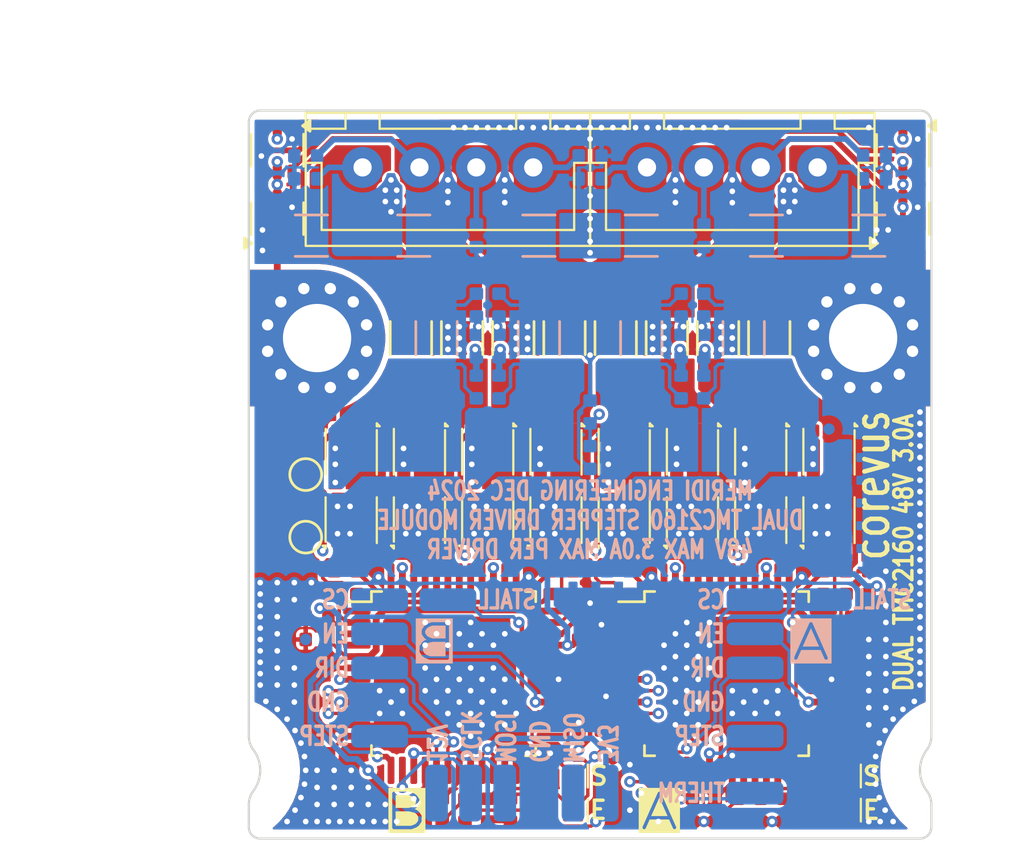
<source format=kicad_pcb>
(kicad_pcb (version 20240108) (generator "pcbnew") (generator_version "8.0")
  (layers (0 "F.Cu" signal) (1 "In1.Cu" signal) (2 "In2.Cu" signal) (31 "B.Cu" signal) (34 "B.Paste" user) (35 "F.Paste" user) (36 "B.SilkS" user "B.Silkscreen") (37 "F.SilkS" user "F.Silkscreen") (38 "B.Mask" user) (39 "F.Mask" user) (44 "Edge.Cuts" user))
  (net 0 "")
  (net 1 "Net-(U1-VCP)")
  (net 2 "Net-(U1-CPO)")
  (net 3 "Net-(U1-CPI)")
  (net 4 "GND")
  (net 5 "/_{MA}B1")
  (net 6 "/_{MA}B2")
  (net 7 "Net-(U1-5VOUT)")
  (net 8 "+12V")
  (net 9 "/_{MA}A1")
  (net 10 "/_{MA}A2")
  (net 11 "/_{MA}A2'")
  (net 12 "+48V")
  (net 13 "Net-(U1-CB1)")
  (net 14 "Net-(U1-CB2)")
  (net 15 "/_{MA}A1'")
  (net 16 "/SCK")
  (net 17 "/SDI")
  (net 18 "/SDO")
  (net 19 "VCC")
  (net 20 "Net-(U1-CA1)")
  (net 21 "Net-(U1-CA2)")
  (net 25 "/_{MA}B2'")
  (net 26 "/_{MA}B1'")
  (net 27 "/_{MA}SRBL")
  (net 28 "/_{MA}SRBH")
  (net 29 "/THERM")
  (net 30 "/_{MA}SRAL")
  (net 31 "/_{MA}SRAH")
  (net 32 "/_{MA}HB1")
  (net 33 "/_{MA}LB1")
  (net 34 "Net-(NT1-Pad2)")
  (net 35 "/_{MA}HB2")
  (net 36 "/_{MA}LB2")
  (net 37 "/_{MA}HA1")
  (net 38 "Net-(NT2-Pad1)")
  (net 39 "/_{MA}LA1")
  (net 40 "/_{MA}HA2")
  (net 41 "/_{MA}LA2")
  (net 42 "/_{MA}~{En}")
  (net 43 "/_{MA}Stall")
  (net 44 "/_{MA}~{CS}")
  (net 45 "/_{MA}Step")
  (net 46 "/_{MA}Dir")
  (net 48 "/_{MB}SRBL")
  (net 49 "/_{MB}SRBH")
  (net 50 "/_{MB}A2'")
  (net 51 "/_{MB}A1'")
  (net 52 "/_{MB}B2'")
  (net 53 "/_{MB}B1'")
  (net 54 "/_{MB}SRAL")
  (net 55 "/_{MB}SRAH")
  (net 56 "/_{MB}A2")
  (net 57 "/_{MB}A1")
  (net 58 "/_{MB}B2")
  (net 59 "/_{MB}B1")
  (net 60 "/_{MB}HB1")
  (net 61 "Net-(NT3-Pad2)")
  (net 62 "/_{MB}LB1")
  (net 63 "/_{MB}HB2")
  (net 64 "/_{MB}LB2")
  (net 65 "/_{MB}HA1")
  (net 66 "Net-(NT5-Pad2)")
  (net 67 "/_{MB}LA1")
  (net 68 "/_{MB}HA2")
  (net 69 "/_{MB}LA2")
  (net 70 "/_{MB}Stall")
  (net 71 "/_{MB}~{CS}")
  (net 72 "/_{MB}Step")
  (net 73 "/_{MB}Dir")
  (net 74 "/_{MB}~{En}")
  (net 75 "Net-(U2-CB2)")
  (net 76 "Net-(U2-CPI)")
  (net 79 "Net-(U2-CB1)")
  (net 80 "Net-(U2-CA1)")
  (net 81 "Net-(U2-5VOUT)")
  (net 83 "Net-(U2-CPO)")
  (net 85 "Net-(U2-CA2)")
  (net 86 "Net-(U2-VCP)")
  (net 87 "Net-(NT1-Pad1)")
  (net 88 "Net-(NT5-Pad1)")
  (net 89 "Net-(NT3-Pad1)")
  (net 90 "Net-(NT4-Pad2)")
  (net 91 "Net-(D1-A)")
  (net 92 "Net-(D2-A)")
  (net 93 "Net-(D5-A)")
  (net 94 "Net-(D6-A)")
  (net 95 "Net-(U1-CLK)")
  (net 96 "Net-(U2-CLK)")
  (net 97 "Net-(NT6-Pad1)")
  (net 98 "Net-(NT7-Pad1)")
  (net 99 "Net-(NT7-Pad2)")
  (net 100 "Net-(NT8-Pad2)")
  (footprint "corevus:DMT6016LFDF" (layer "F.Cu") (at 133.5 68)
    (property "Reference" "Q15" (hide yes))
    (property "Value" "DMT6016")
  )
  (footprint "TestPoint:TestPoint_Pad_D1.0mm" (layer "F.Cu") (at 122.5 66)
    (property "Reference" "TP5" (hide yes))
    (property "Value" "TestPoint")
  )
  (footprint "TestPoint:TestPoint_Pad_D1.0mm" (layer "F.Cu") (at 122.5 68.75)
    (property "Reference" "TP1" (hide yes))
    (property "Value" "TestPoint")
  )
  (footprint "corevus:MountingHole_M3_Driver_1" (layer "F.Cu") (at 147 60 -90)
    (property "Reference" "H2" (hide yes))
    (property "Value" "Gnd")
  )
  (footprint "PCM_ME_passives:0402R" (layer "F.Cu") (at 131.5 80.75 90)
    (property "Reference" "R4" (hide yes))
    (property "Value" "10kΩ")
  )
  (footprint "PCM_ME_passives:0402C" (layer "F.Cu") (at 128.5 80.75 -90)
    (property "Reference" "C26" (hide yes))
    (property "Value" "1µF")
  )
  (footprint "corevus:DMT6016LFDF" (layer "F.Cu") (at 139.5 65 180)
    (property "Reference" "Q4" (hide yes))
    (property "Value" "DMT6016")
  )
  (footprint "PCM_ME_passives:0603LED" (layer "F.Cu") (at 145.5 80.75 180)
    (property "Reference" "D1" (hide yes))
    (property "Value" "Grn")
  )
  (footprint "corevus:DMT6016LFDF" (layer "F.Cu") (at 127.5 68)
    (property "Reference" "Q11" (hide yes))
    (property "Value" "DMT6016")
  )
  (footprint "PCM_ME_passives:0402C" (layer "F.Cu") (at 123 72.25 180)
    (property "Reference" "C27" (hide yes))
    (property "Value" "1μF")
  )
  (footprint "corevus:DMT6016LFDF" (layer "F.Cu") (at 145.5 68)
    (property "Reference" "Q7" (hide yes))
    (property "Value" "DMT6016")
  )
  (footprint "corevus:DMT6016LFDF" (layer "F.Cu") (at 142.5 65 180)
    (property "Reference" "Q6" (hide yes))
    (property "Value" "DMT6016")
  )
  (footprint "Package_TO_SOT_SMD:SOT-363_SC-70-6" (layer "F.Cu") (at 148.75 51.75 -90)
    (property "Reference" "D3" (hide yes))
    (property "Value" "BAV99S")
  )
  (footprint "PCM_ME_passives:0402C" (layer "F.Cu") (at 147.25 70.75 90)
    (property "Reference" "C7" (hide yes))
    (property "Value" "100nF 100V")
  )
  (footprint "PCM_ME_passives:0402C" (layer "F.Cu") (at 133.25 70.75 90)
    (property "Reference" "C31" (hide yes))
    (property "Value" "1μF 25V")
  )
  (footprint "PCM_ME_passives:0402R" (layer "F.Cu") (at 123.5 77.75 90)
    (property "Reference" "R5" (hide yes))
    (property "Value" "10kΩ")
  )
  (footprint "corevus:DMT6016LFDF" (layer "F.Cu") (at 136.5 68)
    (property "Reference" "Q1" (hide yes))
    (property "Value" "DMT6016")
  )
  (footprint "Resistor_SMD:R_1206_3216Metric" (layer "F.Cu") (at 138.375 60 -90)
    (property "Reference" "FB3" (hide yes))
    (property "Value" "30Ω@100MHz")
  )
  (footprint "PCM_ME_passives:0402C" (layer "F.Cu") (at 123 73.250001)
    (property "Reference" "C24" (hide yes))
    (property "Value" "1μF")
  )
  (footprint "corevus:BackScrew" (layer "F.Cu") (at 151 79)
    (property "Reference" "REF**" (hide yes))
    (property "Value" "BackScrew" (hide yes))
  )
  (footprint "PCM_ME_passives:0603LED" (layer "F.Cu") (at 133.5 80.75 180)
    (property "Reference" "D5" (hide yes))
    (property "Value" "Grn")
  )
  (footprint "corevus:DMT6016LFDF" (layer "F.Cu") (at 136.5 65 180)
    (property "Reference" "Q2" (hide yes))
    (property "Value" "DMT6016")
  )
  (footprint "corevus:TMCx160" (layer "F.Cu") (at 129 74.75)
    (property "Reference" "U2" (hide yes))
    (property "Value" "TMC2160")
  )
  (footprint "PCM_ME_passives:0402C" (layer "F.Cu") (at 146.25 70.75 90)
    (property "Reference" "C11" (hide yes))
    (property "Value" "1μF 25V")
  )
  (footprint "Resistor_SMD:R_1206_3216Metric" (layer "F.Cu") (at 140.625 60 -90)
    (property "Reference" "FB2" (hide yes))
    (property "Value" "30Ω@100MHz")
  )
  (footprint "corevus:TMCx160" (layer "F.Cu") (at 141 74.75)
    (property "Reference" "U1" (hide yes))
    (property "Value" "TMC2160")
  )
  (footprint "Resistor_SMD:R_1206_3216Metric" (layer "F.Cu") (at 136.125 60 -90)
    (property "Reference" "FB4" (hide yes))
    (property "Value" "30Ω@100MHz")
  )
  (footprint "PCM_ME_passives:0402R" (layer "F.Cu") (at 139.5 80.75 -90)
    (property "Reference" "R20" (hide yes))
    (property "Value" "4.7kΩ")
  )
  (footprint "Package_TO_SOT_SMD:SOT-363_SC-70-6" (layer "F.Cu") (at 148.75 54.75 90)
    (property "Reference" "D4" (hide yes))
    (property "Value" "BAV99S")
  )
  (footprint "PCM_ME_passives:0402R" (layer "F.Cu") (at 141.5 80.75 -90)
    (property "Reference" "R1" (hide yes))
    (property "Value" "4.7kΩ")
  )
  (footprint "corevus:DMT6016LFDF" (layer "F.Cu") (at 124.5 67.999999)
    (property "Reference" "Q9" (hide yes))
    (property "Value" "DMT6016")
  )
  (footprint "PCM_ME_passives:0402C" (layer "F.Cu") (at 134.5 72.75 -90)
    (property "Reference" "C22" (hide yes))
    (property "Value" "1μF 25V")
  )
  (footprint "PCM_ME_passives:0402C" (layer "F.Cu") (at 135.5 72.75 90)
    (property "Reference" "C6" (hide yes))
    (property "Value" "1μF")
  )
  (footprint "Resistor_SMD:R_1206_3216Metric" (layer "F.Cu") (at 129.375 60 -90)
    (property "Reference" "FB7" (hide yes))
    (property "Value" "30Ω@100MHz")
  )
  (footprint "PCM_ME_passives:0402C" (layer "F.Cu") (at 146.5 74.75 90)
    (property "Reference" "C2" (hide yes))
    (property "Value" "100nF 100V")
  )
  (footprint "corevus:MountingHole_M3_Driver_1" (layer "F.Cu") (at 123 60 90)
    (property "Reference" "H1" (hide yes))
    (property "Value" "VM")
  )
  (footprint "corevus:JST_XH_1x04" (layer "F.Cu") (at 141.25 52.5)
    (property "Reference" "J1" (hide yes))
    (property "Value" "XH")
  )
  (footprint "Fiducial:Fiducial_0.5mm_Mask1mm" (layer "F.Cu") (at 136 78.5)
    (property "Reference" "FID2" (hide yes))
    (property "Value" "Fiducial")
  )
  (footprint "corevus:DMT6016LFDF" (layer "F.Cu") (at 124.5 64.999999 180)
    (property "Reference" "Q10" (hide yes))
    (property "Value" "DMT6016")
  )
  (footprint "corevus:DMT6016LFDF" (layer "F.Cu") (at 130.5 68.000001)
    (property "Reference" "Q13" (hide yes))
    (property "Value" "DMT6016")
  )
  (footprint "PCM_ME_passives:0603LED" (layer "F.Cu") (at 145.5 79.25 180)
    (property "Reference" "D2" (hide yes))
    (property "Value" "Ylw")
  )
  (footprint "corevus:DMT6016LFDF" (layer "F.Cu") (at 142.5 68)
    (property "Reference" "Q5" (hide yes))
    (property "Value" "DMT6016")
  )
  (footprint "Resistor_SMD:R_1206_3216Metric" (layer "F.Cu") (at 133.875 60 -90)
    (property "Reference" "FB5" (hide yes))
    (property "Value" "30Ω@100MHz")
  )
  (footprint "PCM_ME_passives:0402C" (layer "F.Cu") (at 140.5 80.75 -90)
    (property "Reference" "C3" (hide yes))
    (property "Value" "1µF")
  )
  (footprint "PCM_ME_passives:0402C" (layer "F.Cu") (at 134.5 76.75 90)
    (property "Reference" "C25" (hide yes))
    (property "Value" "1µF")
  )
  (footprint "PCM_ME_passives:0402C" (layer "F.Cu") (at 135.5 74.75 90)
    (property "Reference" "C4" (hide yes))
    (property "Value" "1μF")
  )
  (footprint "PCM_ME_passives:0402C" (layer "F.Cu") (at 123.75 70.75 90)
    (property "Reference" "C29" (hide yes))
    (property "Value" "1μF 25V")
  )
  (footprint "PCM_ME_passives:0402C" (layer "F.Cu") (at 145.25 70.75 90)
    (property "Reference" "C10" (hide yes))
    (property "Value" "1μF 25V")
  )
  (footprint "PCM_ME_passives:0402R" (layer "F.Cu") (at 135.5 76.75 90)
    (property "Reference" "R3" (hide yes))
    (property "Value" "10kΩ")
  )
  (footprint "PCM_ME_passives:0402C" (layer "F.Cu") (at 134.25 70.75 90)
    (property "Reference" "C32" (hide yes))
    (property "Value" "1μF 25V")
  )
  (footprint "corevus:BackScrew" (layer "F.Cu") (at 119 79 180)
    (property "Reference" "REF**" (hide yes))
    (property "Value" "BackScrew" (hide yes))
  )
  (footprint "Fiducial:Fiducial_0.5mm_Mask1mm" (layer "F.Cu") (at 121.5 64.5)
    (property "Reference" "FID1" (hide yes))
    (property "Value" "Fiducial")
  )
  (footprint "PCM_ME_passives:0603LED" (layer "F.Cu") (at 133.5 79.25 180)
    (property "Reference" "D6" (hide yes))
    (property "Value" "Ylw")
  )
  (footprint "corevus:JST_XH_1x04" (layer "F.Cu") (at 128.75 52.5)
    (property "Reference" "J2" (hide yes))
    (property "Value" "XH")
  )
  (footprint "Package_TO_SOT_SMD:SOT-363_SC-70-6" (layer "F.Cu") (at 121.25 51.75 -90)
    (property "Reference" "D7" (hide yes))
    (property "Value" "BAV99S")
  )
  (footprint "Package_TO_SOT_SMD:SOT-363_SC-70-6" (layer "F.Cu") (at 121.25 54.75 90)
    (property "Reference" "D8" (hide yes))
    (property "Value" "BAV99S")
  )
  (footprint "PCM_ME_passives:0402C" (layer "F.Cu") (at 134.5 74.75 90)
    (property "Reference" "C23" (hide yes))
    (property "Value" "100nF 100V")
  )
  (footprint "PCM_ME_passives:0402C" (layer "F.Cu") (at 136.75 70.75 90)
    (property "Reference" "C9" (hide yes))
    (property "Value" "1μF 25V")
  )
  (footprint "PCM_ME_passives:0402R" (layer "F.Cu") (at 130.5 80.75 90)
    (property "Reference" "R7" (hide yes))
    (property "Value" "1kΩ")
  )
  (footprint "PCM_ME_passives:0402C" (layer "F.Cu") (at 146.5 72.75 -90)
    (property "Reference" "C1" (hide yes))
    (property "Value" "1μF 25V")
  )
  (footprint "corevus:DMT6016LFDF" (layer "F.Cu") (at 139.5 68)
    (property "Reference" "Q3" (hide yes))
    (property "Value" "DMT6016")
  )
  (footprint "corevus:DMT6016LFDF" (layer "F.Cu") (at 127.5 65 180)
    (property "Reference" "Q12" (hide yes))
    (property "Value" "DMT6016")
  )
  (footprint "Resistor_SMD:R_1206_3216Metric" (layer "F.Cu") (at 131.625 60 -90)
    (property "Reference" "FB6" (hide yes))
    (property "Value" "30Ω@100MHz")
  )
  (footprint "corevus:DMT6016LFDF" (layer "F.Cu") (at 145.5 65 180)
    (property "Reference" "Q8" (hide yes))
    (property "Value" "DMT6016")
  )
  (footprint "corevus:DMT6016LFDF" (layer "F.Cu") (at 133.5 65 180)
    (property "Reference" "Q16" (hide yes))
    (property "Value" "DMT6016")
  )
  (footprint "PCM_ME_passives:0402R" (layer "F.Cu") (at 129.5 80.75 -90)
    (property "Reference" "R6" (hide yes))
    (property "Value" "4.7kΩ")
  )
  (footprint "corevus:DMT6016LFDF" (layer "F.Cu") (at 130.5 65.000001 180)
    (property "Reference" "Q14" (hide yes))
    (property "Value" "DMT6016")
  )
  (footprint "PCM_ME_passives:0402R" (layer "F.Cu") (at 142.5 80.75 90)
    (property "Reference" "R16" (hide yes))
    (property "Value" "1kΩ")
  )
  (footprint "Resistor_SMD:R_1206_3216Metric" (layer "F.Cu") (at 127.125 60 -90)
    (property "Reference" "FB8" (hide yes))
    (property "Value" "30Ω@100MHz")
  )
  (footprint "PCM_ME_passives:0402R" (layer "F.Cu") (at 143.5 80.75 90)
    (property "Reference" "R2" (hide yes))
    (property "Value" "10kΩ")
  )
  (footprint "PCM_ME_passives:0402C" (layer "F.Cu") (at 146.5 76.75 90)
    (property "Reference" "C5" (hide yes))
    (property "Value" "1µF")
  )
  (footprint "PCM_ME_passives:0402C" (layer "F.Cu") (at 135.75 70.75 90)
    (property "Reference" "C8" (hide yes))
    (property "Value" "1μF 25V")
  )
  (footprint "Resistor_SMD:R_1206_3216Metric" (layer "F.Cu") (at 142.875 60 -90)
    (property "Reference" "FB1" (hide yes))
    (property "Value" "30Ω@100MHz")
  )
  (footprint "PCM_ME_passives:0402C" (layer "F.Cu") (at 124.75 70.75 90)
    (property "Reference" "C30" (hide yes))
    (property "Value" "1μF 25V")
  )
  (footprint "Resistor_SMD:R_1206_3216Metric" (layer "B.Cu") (at 128.25 60 90)
    (property "Reference" "R17" (hide yes))
    (property "Value" "50mΩ")
  )
  (footprint "corevus:LGA_Land_2.5mm" (layer "B.Cu") (at 145.25 71.5 -90)
    (property "Reference" "T17" (hide yes))
    (property "Value" "DIAG")
  )
  (footprint "Resistor_SMD:R_1206_3216Metric" (layer "B.Cu") (at 132.75 60 90)
    (property "Reference" "R18" (hide yes))
    (property "Value" "50mΩ")
  )
  (footprint "corevus:LGA_Land_2.5mm" (layer "B.Cu") (at 135.75 80)
    (property "Reference" "T8" (hide yes))
    (property "Value" "VCC")
  )
  (footprint "PCM_ME_passives:0402C" (layer "B.Cu") (at 122.5 53)
    (property "Reference" "C37" (hide yes))
    (property "Value" "1nF 100V")
  )
  (footprint "corevus:LGA_Land_2.5mm" (layer "B.Cu") (at 142.25 71.5 90)
    (property "Reference" "T10" (hide yes))
    (property "Value" "CS0")
  )
  (footprint "PCM_ME_passives:0402R" (layer "B.Cu") (at 140 62.15 90)
    (property "Reference" "R11" (hide yes))
    (property "Value" "47Ω")
  )
  (footprint "PCM_ME_passives:0402C" (layer "B.Cu") (at 140 60.350001 -90)
    (property "Reference" "C21" (hide yes))
    (property "Value" "1nF")
  )
  (footprint "PCM_ME_passives:0402C" (layer "B.Cu") (at 136.75 70.749999 -90)
    (property "Reference" "C44" (hide yes))
    (property "Value" "100nF 100V")
  )
  (footprint "corevus:LGA_Land_2.5mm" (layer "B.Cu") (at 125.75 73 90)
    (property "Reference" "T19" (hide yes))
    (property "Value" "EN")
  )
  (footprint "corevus:LGA_Land_2.5mm" (layer "B.Cu") (at 125.75 76 90)
    (property "Reference" "T16" (hide yes))
    (property "Value" "GND")
  )
  (footprint "corevus:NetTie-2_SMD_Pad0.15mm" (layer "B.Cu") (at 129.225 58.55 180)
    (property "Reference" "NT6" (hide yes))
    (property "Value" "NetTie_2" (hide yes))
  )
  (footprint "PCM_ME_passives:0402R" (layer "B.Cu") (at 140 58.55 -90)
    (property "Reference" "R12" (hide yes))
    (property "Value" "47Ω")
  )
  (footprint "PCM_ME_passives:0402C" (layer "B.Cu") (at 122.5 52)
    (property "Reference" "C36" (hide yes))
    (property "Value" "1nF 100V")
  )
  (footprint "Resistor_SMD:R_1206_3216Metric" (layer "B.Cu") (at 137.25 60 90)
    (property "Reference" "R10" (hide yes))
    (property "Value" "50mΩ")
  )
  (footprint "Capacitor_SMD:C_1206_3216Metric" (layer "B.Cu") (at 142.75 55.5 180)
    (property "Reference" "C39" (hide yes))
    (property "Value" "1μF 100V")
  )
  (footprint "corevus:NetTie-2_SMD_Pad0.15mm" (layer "B.Cu") (at 140.775 61.15 180)
    (property "Reference" "NT3" (hide yes))
    (property "Value" "NetTie_2" (hide yes))
  )
  (footprint "PCM_ME_passives:0402R" (layer "B.Cu") (at 130 58.55 -90)
    (property "Reference" "R15" (hide yes))
    (property "Value" "47Ω")
  )
  (footprint "corevus:LGA_Land_2.5mm" (layer "B.Cu") (at 134.25 80)
    (property "Reference" "T7" (hide yes))
    (property "Value" "SDO")
  )
  (footprint "corevus:LGA_Land_2.5mm" (layer "B.Cu") (at 142.25 73 90)
    (property "Reference" "T14" (hide yes))
    (property "Value" "EN")
  )
  (footprint "PCM_ME_passives:0402C" (layer "B.Cu") (at 135 63.25 90)
    (property "Reference" "C13" (hide yes))
    (property "Value" "1μF")
  )
  (footprint "PCM_ME_passives:0402R" (layer "B.Cu") (at 131 58.55 -90)
    (property "Reference" "R21" (hide yes))
    (property "Value" "47Ω")
  )
  (footprint "PCM_ME_passives:0402C" (layer "B.Cu") (at 133.75 70.75 -90)
    (property "Reference" "C28" (hide yes))
    (property "Value" "100nF 100V")
  )
  (footprint "corevus:NetTie-2_SMD_Pad0.15mm" (layer "B.Cu") (at 138.225 58.55 180)
    (property "Reference" "NT2" (hide yes))
    (property "Value" "NetTie_2" (hide yes))
  )
  (footprint "PCM_ME_passives:0402C" (layer "B.Cu") (at 130 60.35 -90)
    (property "Reference" "C33" (hide yes))
    (property "Value" "1nF")
  )
  (footprint "PCM_ME_passives:0402R" (layer "B.Cu") (at 130 62.15 90)
    (property "Reference" "R14" (hide yes))
    (property "Value" "47Ω")
  )
  (footprint "Fiducial:Fiducial_0.5mm_Mask1mm" (layer "B.Cu") (at 145.5 64 180)
    (property "Reference" "FID4" (hide yes))
    (property "Value" "Fiducial")
  )
  (footprint "PCM_ME_passives:0402R" (layer "B.Cu") (at 131 62.15 90)
    (property "Reference" "R19" (hide yes))
    (property "Value" "47Ω")
  )
  (footprint "corevus:LGA_Land_2.5mm" (layer "B.Cu") (at 131.25 80)
    (property "Reference" "T6" (hide yes))
    (property "Value" "SDI")
  )
  (footprint "PCM_ME_passives:0402C" (layer "B.Cu") (at 146.75 68.75)
    (property "Reference" "C46" (hide yes))
    (property "Value" "100nF 100V")
  )
  (footprint "PCM_ME_passives:0402C" (layer "B.Cu") (at 134.75 70.75 -90)
    (property "Reference" "C42" (hide yes))
    (property "Value" "100nF 100V")
  )
  (footprint "PCM_ME_passives:0402C" (layer "B.Cu") (at 146.75 66.75)
    (property "Reference" "C48" (hide yes))
    (property "Value" "100nF 100V")
  )
  (footprint "PCM_ME_passives:0402R" (layer "B.Cu") (at 139 58.55 -90)
    (property "Reference" "R9" (hide yes))
    (property "Value" "47Ω")
  )
  (footprint "corevus:LGA_Land_2.5mm" (layer "B.Cu") (at 125.75 74.5 90)
    (property "Reference" "T18" (hide yes))
    (property "Value" "DIR")
  )
  (footprint "corevus:NetTie-2_SMD_Pad0.15mm" (layer "B.Cu") (at 131.775 58.55 180)
    (property "Reference" "NT8" (hide yes))
    (property "Value" "NetTie_2" (hide yes))
  )
  (footprint "Capacitor_SMD:C_1206_3216Metric" (layer "B.Cu") (at 147.25 55.5)
    (property "Reference" "C40" (hide yes))
    (property "Value" "1μF 100V")
  )
  (footprint "PCM_ME_passives:0402C" (layer "B.Cu") (at 146.75 65.75)
    (property "Reference" "C49" (hide yes))
    (property "Value" "100nF 100V")
  )
  (footprint "corevus:LGA_Land_2.5mm" (layer "B.Cu") (at 142.25 74.5 90)
    (property "Reference" "T13" (hide yes))
    (property "Value" "DIR")
  )
  (footprint "corevus:LGA_Land_2.5mm" (layer "B.Cu") (at 128.25 80)
    (property "Reference" "T3" (hide yes))
    (property "Value" "12V")
  )
  (footprint "PCM_ME_passives:0402C" (layer "B.Cu") (at 135 53)
    (property "Reference" "C19" (hide yes))
    (property "Value" "1nF 100V")
  )
  (footprint "PCM_ME_passives:0402C" (layer "B.Cu") (at 140 55.5 90)
    (property "Reference" "C18" (hide yes))
    (property "Value" "1nF 100V")
  )
  (footprint "Capacitor_SMD:C_1206_3216Metric" (layer "B.Cu") (at 122.75 55.5 180)
    (property "Reference" "C12" (hide yes))
    (property "Value" "1μF 100V")
  )
  (footprint "corevus:NetTie-2_SMD_Pad0.15mm" (layer "B.Cu") (at 131.775 61.15 180)
    (property "Reference" "NT7" (hide yes))
    (property "Value" "NetTie_2" (hide yes))
  )
  (footprint "PCM_ME_passives:0402C" (layer "B.Cu") (at 146.75 67.75)
    (property "Reference" "C47" (hide yes))
    (property "Value" "100nF 100V")
  )
  (footprint "PCM_ME_passives:0402C" (layer "B.Cu") (at 147.5 53 180)
    (property "Reference" "C16" (hide yes))
    (property "Value" "1nF 100V")
  )
  (footprint "PCM_ME_passives:0402C" (layer "B.Cu") (at 139 60.35 -90)
    (property "Reference" "C20" (hide yes))
    (property "Value" "1nF")
  )
  (footprint "PCM_ME_passives:0402C" (layer "B.Cu") (at 146.750001 64.75)
    (property "Reference" "C50" (hide yes))
    (property "Value" "100nF 100V")
  )
  (footprint "PCM_ME_passives:0402C" (layer "B.Cu") (at 135.75 70.75 -90)
    (property "Reference" "C43" (hide yes))
    (property "Value" "100nF 100V")
  )
  (footprint "corevus:NetTie-2_SMD_Pad0.15mm" (layer "B.Cu") (at 138.225 61.15 180)
    (property "Reference" "NT1" (hide yes))
    (property "Value" "NetTie_2" (hide yes))
  )
  (footprint "PCM_ME_passives:0402C" (layer "B.Cu") (at 146.75 69.75)
    (property "Reference" "C45" (hide yes))
    (property "Value" "100nF 100V")
  )
  (footprint "Capacitor_SMD:C_1206_3216Metric" (layer "B.Cu") (at 127.25 55.5)
    (property "Reference" "C14" (hide yes))
    (property "Value" "1μF 100V")
  )
  (footprint "corevus:LGA_Land_2.5mm" (layer "B.Cu") (at 142.25 77.5 90)
    (property "Reference" "T11" (hide yes))
    (property "Value" "STEP")
  )
  (footprint "corevus:LGA_Land_2.5mm" (layer "B.Cu") (at 129.75 80)
    (property "Reference" "T4" (hide yes))
    (property "Value" "SCK")
  )
  (footprint "Capacitor_SMD:C_1206_3216Metric" (layer "B.Cu") (at 132.75 55.5 180)
    (property "Reference" "C15" (hide yes))
    (property "Value" "1μF 100V")
  )
  (footprint "corevus:NetTie-2_SMD_Pad0.15mm" (layer "B.Cu") (at 140.775 58.55 180)
    (property "Reference" "NT4" (hide yes))
    (property "Value" "NetTie_2" (hide yes))
  )
  (footprint "corevus:LGA_Land_2.5mm" (layer "B.Cu") (at 132.75 80)
    (property "Reference" "T5" (hide yes))
    (property "Value" "GND")
  )
  (footprint "Capacitor_SMD:C_1206_3216Metric" (layer "B.Cu") (at 137.25 55.5)
    (property "Reference" "C38" (hide yes))
    (property "Value" "1μF 100V")
  )
  (footprint "PCM_ME_passives:0402R" (layer "B.Cu") (at 135 65.249999 -90)
    (property "Reference" "TH1" (hide yes))
    (property "Value" "10kΩ 3950K")
  )
  (footprint "PCM_ME_passives:0402R" (layer "B.Cu") (at 139 62.15 90)
    (property "Reference" "R8" (hide yes))
    (property "Value" "47Ω")
  )
  (footprint "PCM_ME_passives:0402C" (layer "B.Cu") (at 130 55.5 90)
    (property "Reference" "C35" (hide yes))
    (property "Value" "1nF 100V")
  )
  (footprint "corevus:LGA_Land_2.5mm" (layer "B.Cu") (at 128.75 71.5 -90)
    (property "Reference" "T1" (hide yes))
    (property "Value" "DIAG")
  )
  (footprint "PCM_ME_passives:0402C" (layer "B.Cu") (at 147.5 52 180)
    (property "Reference" "C17" (hide yes))
    (property "Value" "1nF 100V")
  )
  (footprint "corevus:LGA_Land_2.5mm" (layer "B.Cu") (at 142.25 76 90)
    (property "Reference" "T12" (hide yes))
    (property "Value" "GND")
  )
  (footprint "Fiducial:Fiducial_0.5mm_Mask1mm" (layer "B.Cu") (at 122.5 73.25 180)
    (property "Reference" "FID3" (hide yes))
    (property "Value" "Fiducial")
  )
  (footprint "Resistor_SMD:R_1206_3216Metric" (layer "B.Cu") (at 141.75 60 90)
    (property "Reference" "R13" (hide yes))
    (property "Value" "50mΩ")
  )
  (footprint "corevus:LGA_Land_2.5mm" (layer "B.Cu") (at 125.75 77.5 90)
    (property "Reference" "T15" (hide yes))
    (property "Value" "STEP")
  )
  (footprint "PCM_ME_passives:0402C" (layer "B.Cu") (at 135 52 180)
    (property "Reference" "C34" (hide yes))
    (property "Value" "1nF 100V")
  )
  (footprint "corevus:LGA_Land_2.5mm" (layer "B.Cu") (at 125.75 71.5 90)
    (property "Reference" "T2" (hide yes))
    (property "Value" "CS0")
  )
  (footprint "corevus:NetTie-2_SMD_Pad0.15mm" (layer "B.Cu") (at 129.225 61.15 180)
    (property "Reference" "NT5" (hide yes))
    (property "Value" "NetTie_2" (hide yes))
  )
  (footprint "PCM_ME_passives:0402C" (layer "B.Cu") (at 131 60.35 -90)
    (property "Reference" "C41" (hide yes))
    (property "Value" "1nF")
  )
  (footprint "corevus:LGA_Land_2.5mm" (layer "B.Cu") (at 142.25 80 90)
    (property "Reference" "T9" (hide yes))
    (property "Value" "Therm")
  )
  (gr_line (start 120.5 50) (end 149.5 50) (stroke (width 0.1)) (layer "Edge.Cuts"))
  (gr_line (start 120 80.5) (end 120 81.5) (stroke (width 0.1)) (layer "Edge.Cuts"))
  (gr_line (start 150 80.5) (end 150 81.5) (stroke (width 0.1)) (layer "Edge.Cuts"))
  (gr_arc (start 120.16795 78.0547) (mid 120.042908 77.789784) (end 120 77.5) (stroke (width 0.1)) (layer "Edge.Cuts"))
  (gr_line (start 120 77.5) (end 120 50.5) (stroke (width 0.1)) (layer "Edge.Cuts"))
  (gr_arc (start 120 80.5) (mid 120.042908 80.210216) (end 120.16795 79.9453) (stroke (width 0.1)) (layer "Edge.Cuts"))
  (gr_arc (start 150 81.5) (mid 149.853553 81.853553) (end 149.5 82) (stroke (width 0.1)) (layer "Edge.Cuts"))
  (gr_arc (start 149.5 79) (mid 149.585428 78.49904) (end 149.83205 78.0547) (stroke (width 0.1)) (layer "Edge.Cuts"))
  (gr_line (start 149.5 82) (end 120.5 82) (stroke (width 0.1)) (layer "Edge.Cuts"))
  (gr_arc (start 120.5 82) (mid 120.146447 81.853553) (end 120 81.5) (stroke (width 0.1)) (layer "Edge.Cuts"))
  (gr_arc (start 120.16795 78.0547) (mid 120.414574 78.499038) (end 120.5 79) (stroke (width 0.1)) (layer "Edge.Cuts"))
  (gr_arc (start 149.5 50) (mid 149.853553 50.146447) (end 150 50.5) (stroke (width 0.1)) (layer "Edge.Cuts"))
  (gr_line (start 150 50.5) (end 150 77.5) (stroke (width 0.1)) (layer "Edge.Cuts"))
  (gr_arc (start 150 77.5) (mid 149.957092 77.789784) (end 149.83205 78.0547) (stroke (width 0.1)) (layer "Edge.Cuts"))
  (gr_arc (start 120 50.5) (mid 120.146447 50.146447) (end 120.5 50) (stroke (width 0.1)) (layer "Edge.Cuts"))
  (gr_arc (start 120.5 79) (mid 120.414573 79.500961) (end 120.16795 79.9453) (stroke (width 0.1)) (layer "Edge.Cuts"))
  (gr_arc (start 149.83205 79.9453) (mid 149.957092 80.210216) (end 150 80.5) (stroke (width 0.1)) (layer "Edge.Cuts"))
  (gr_arc (start 149.83205 79.9453) (mid 149.585427 79.500961) (end 149.5 79) (stroke (width 0.1)) (layer "Edge.Cuts"))
  (gr_text "STEP" (at 124.5 77.5 0) (layer "B.SilkS") (effects (font (size 0.8 0.6)) (justify left mirror)))
  (gr_text "STEP" (at 141 77.5 0) (layer "B.SilkS") (effects (font (size 0.8 0.6)) (justify left mirror)))
  (gr_text "GND" (at 124.5 76 0) (layer "B.SilkS") (effects (font (size 0.8 0.6)) (justify left mirror)))
  (gr_text "A" (at 143.75 72.5 0) (layer "B.SilkS" knockout) (effects (font (size 1.5 2)) (justify right top mirror)))
  (gr_text "STALL" (at 146.5 71.5 0) (layer "B.SilkS") (effects (font (size 0.8 0.6)) (justify right mirror)))
  (gr_text "THERM" (at 141 80 0) (layer "B.SilkS") (effects (font (size 0.8 0.6)) (justify left mirror)))
  (gr_text "STALL" (at 130 71.5 0) (layer "B.SilkS") (effects (font (size 0.8 0.6)) (justify right mirror)))
  (gr_text "CS" (at 141 71.5 0) (layer "B.SilkS") (effects (font (size 0.8 0.6)) (justify left mirror)))
  (gr_text "SCLK" (at 129.75 78.75 270) (layer "B.SilkS") (effects (font (size 0.8 0.6)) (justify left mirror)))
  (gr_text "GND" (at 132.75 78.75 270) (layer "B.SilkS") (effects (font (size 0.8 0.6)) (justify left mirror)))
  (gr_text "12V" (at 128.25 78.75 270) (layer "B.SilkS") (effects (font (size 0.8 0.6)) (justify left mirror)))
  (gr_text "DIR" (at 124.5 74.5 0) (layer "B.SilkS") (effects (font (size 0.8 0.6)) (justify left mirror)))
  (gr_text "B" (at 127.1 72.5 0) (layer "B.SilkS" knockout) (effects (font (size 1.5 2)) (justify right top mirror)))
  (gr_text "EN" (at 124.5 73 0) (layer "B.SilkS") (effects (font (size 0.8 0.6)) (justify left mirror)))
  (gr_text "3V3" (at 135.75 78.75 270) (layer "B.SilkS") (effects (font (size 0.8 0.6)) (justify left mirror)))
  (gr_text "CS" (at 124.5 71.5 0) (layer "B.SilkS") (effects (font (size 0.8 0.6)) (justify left mirror)))
  (gr_text "DIR" (at 141 74.5 0) (layer "B.SilkS") (effects (font (size 0.8 0.6)) (justify left mirror)))
  (gr_text "GND" (at 141 76 0) (layer "B.SilkS") (effects (font (size 0.8 0.6)) (justify left mirror)))
  (gr_text "MOSI" (at 131.25 78.75 270) (layer "B.SilkS") (effects (font (size 0.8 0.6)) (justify left mirror)))
  (gr_text "EN" (at 141 73 0) (layer "B.SilkS") (effects (font (size 0.8 0.6)) (justify left mirror)))
  (gr_text "MISO" (at 134.25 78.75 270) (layer "B.SilkS") (effects (font (size 0.8 0.6)) (justify left mirror)))
  (gr_text "MERIDI ENGINEERING DEC 2024\nDUAL TMC2160 STEPPER DRIVER MODULE\n48V MAX 3.0A MAX PER DRIVER" (at 135 66.25 0) (layer "B.SilkS") (effects (font (size 0.8 0.6)) (justify top mirror)))
  (gr_text "S" (at 146.9 79.25 0) (layer "F.SilkS") (effects (font (size 0.8 0.8)) (justify left)))
  (gr_text "E" (at 146.9 80.75 0) (layer "F.SilkS") (effects (font (size 0.8 0.8)) (justify left)))
  (gr_text "A" (at 139 79.95 0) (layer "F.SilkS" knockout) (effects (font (size 1.5 2)) (justify right top)))
  (gr_text "B" (at 128 79.95 0) (layer "F.SilkS" knockout) (effects (font (size 1.5 2)) (justify right top)))
  (gr_text "E" (at 134.9 80.75 0) (layer "F.SilkS") (effects (font (size 0.8 0.8)) (justify left)))
  (gr_text "corevus" (at 148.25 63.05 90) (layer "F.SilkS") (effects (font (size 1.5 1.15) (thickness 0.2) (bold yes)) (justify right bottom)))
  (gr_text "S" (at 134.9 79.25 0) (layer "F.SilkS") (effects (font (size 0.8 0.8)) (justify left)))
  (gr_text "DUAL TMC2160 48V 3.0A" (at 149.25 63.25 90) (layer "F.SilkS") (effects (font (size 0.8 0.65)) (justify right bottom)))
  (segment (start 145.750001 73) (end 146.525002 72.224999) (width 0.2) (layer "F.Cu") (net 1))
  (segment (start 145.75 74.5) (end 146.499999 75.249999) (width 0.2) (layer "F.Cu") (net 2))
  (segment (start 145.25 74) (end 146.249999 74) (width 0.2) (layer "F.Cu") (net 3))
  (segment (start 146.249999 74) (end 146.5 74.250001) (width 0.2) (layer "F.Cu") (net 3))
  (segment (start 140.5 80.250001) (end 141.25 79.500001) (width 0.15) (layer "F.Cu") (net 4))
  (segment (start 138.248958 74.5) (end 138.25 74.498958) (width 0.15) (layer "F.Cu") (net 4))
  (segment (start 140.000001 80.75) (end 139.05 80.75) (width 0.15) (layer "F.Cu") (net 4))
  (segment (start 121.9 51.25) (end 121.9 50.8) (width 0.3) (layer "F.Cu") (net 4))
  (segment (start 135.7 76.05) (end 135.5 76.25) (width 0.4) (layer "F.Cu") (net 4))
  (segment (start 136.75 74.5) (end 138.248958 74.5) (width 0.15) (layer "F.Cu") (net 4))
  (segment (start 134.5 77.25) (end 134.5 76.9) (width 0.15) (layer "F.Cu") (net 4))
  (segment (start 128.5 80.250001) (end 129.25 79.500001) (width 0.15) (layer "F.Cu") (net 4))
  (segment (start 135.5 75.25) (end 135.7 75.45) (width 0.4) (layer "F.Cu") (net 4))
  (segment (start 136.25 74.5) (end 135.5 75.25) (width 0.15) (layer "F.Cu") (net 4))
  (segment (start 124 77.25) (end 124.25 77) (width 0.15) (layer "F.Cu") (net 4))
  (segment (start 121.9 54.25) (end 121.9 53.8) (width 0.25) (layer "F.Cu") (net 4))
  (segment (start 123.5 77.25) (end 124 77.25) (width 0.15) (layer "F.Cu") (net 4))
  (segment (start 135.7 75.45) (end 135.7 76.05) (width 0.4) (layer "F.Cu") (net 4))
  (segment (start 141.25 78.351042) (end 141.250521 78.350521) (width 0.25) (layer "F.Cu") (net 4))
  (segment (start 141.25 79) (end 141.25 78.351042) (width 0.25) (layer "F.Cu") (net 4))
  (segment (start 136.25 77) (end 135.5 76.25) (width 0.15) (layer "F.Cu") (net 4))
  (segment (start 140.5 80.250001) (end 140.000001 80.75) (width 0.15) (layer "F.Cu") (net 4))
  (via (at 131.5 50.75) (size 0.5) (drill 0.25) (layers "F.Cu" "B.Cu") (net 4))
  (via (at 126.75 76.5) (size 0.5) (drill 0.25) (layers "F.Cu" "B.Cu") (net 4))
  (via (at 149.5 72.25) (size 0.5) (drill 0.25) (layers "F.Cu" "B.Cu") (net 4))
  (via (at 121.681156 76.750243) (size 0.5) (drill 0.25) (layers "F.Cu" "B.Cu") (net 4))
  (via (at 147.5 79) (size 0.5) (drill 0.25) (layers "F.Cu" "B.Cu") (net 4))
  (via (at 124 81.25) (size 0.5) (drill 0.25) (layers "F.Cu" "B.Cu") (net 4))
  (via (at 149.5 67.75) (size 0.5) (drill 0.25) (layers "F.Cu" "B.Cu") (net 4))
  (via (at 137.5 50.75) (size 0.5) (drill 0.25) (layers "F.Cu" "B.Cu") (net 4))
  (via (at 132.3 70.5) (size 0.5) (drill 0.25) (layers "F.Cu" "B.Cu") (net 4))
  (via (at 129.75 74.5) (size 0.5) (drill 0.25) (layers "F.Cu" "B.Cu") (net 4))
  (via (at 130.75 73.5) (size 0.5) (drill 0.25) (layers "F.Cu" "B.Cu") (net 4))
  (via (at 144.3 70.5) (size 0.5) (drill 0.25) (layers "F.Cu" "B.Cu") (net 4))
  (via (at 129.75 72.5) (size 0.5) (drill 0.25) (layers "F.Cu" "B.Cu") (net 4))
  (via (at 128.75 76.5) (size 0.5) (drill 0.25) (layers "F.Cu" "B.Cu") (net 4))
  (via (at 120.55 52) (size 0.5) (drill 0.25) (layers "F.Cu" "B.Cu") (net 4))
  (via (at 149.5 66.75) (size 0.5) (drill 0.25) (layers "F.Cu" "B.Cu") (net 4))
  (via (at 129.25 60) (size 0.5) (drill 0.25) (layers "F.Cu" "B.Cu") (net 4))
  (via (at 139.75 74) (size 0.5) (drill 0.25) (layers "F.Cu" "B.Cu") (net 4))
  (via (at 136 50.75) (size 0.5) (drill 0.25) (layers "F.Cu" "B.Cu") (net 4))
  (via (at 149.5 66.25) (size 0.5) (drill 0.25) (layers "F.Cu" "B.Cu") (net 4))
  (via (at 138.75 53.55) (size 0.5) (drill 0.25) (layers "F.Cu" "B.Cu") (net 4))
  (via (at 149.5 67.25) (size 0.5) (drill 0.25) (layers "F.Cu" "B.Cu") (net 4))
  (via (at 131.25 54.05) (size 0.5) (drill 0.25) (layers "F.Cu" "B.Cu") (net 4))
  (via (at 120.5 74.75) (size 0.5) (drill 0.25) (layers "F.Cu" "B.Cu") (net 4))
  (via (at 138.75 76) (size 0.5) (drill 0.25) (layers "F.Cu" "B.Cu") (net 4))
  (via (at 138.75 54.05) (size 0.5) (drill 0.25) (layers "F.Cu" "B.Cu") (net 4))
  (via (at 124.5 81.25) (size 0.5) (drill 0.25) (layers "F.Cu" "B.Cu") (net 4))
  (via (at 130.25 75) (size 0.5) (drill 0.25) (layers "F.Cu" "B.Cu") (net 4))
  (via (at 130.75 76.5) (size 0.5) (drill 0.25) (layers "F.Cu" "B.Cu") (net 4))
  (via (at 135 53.75) (size 0.5) (drill 0.25) (layers "F.Cu" "B.Cu") (net 4))
  (via (at 129.5 50.75) (size 0.5) (drill 0.25) (layers "F.Cu" "B.Cu") (net 4))
  (via (at 147.25 77) (size 0.5) (drill 0.25) (layers "F.Cu" "B.Cu") (net 4))
  (via (at 149.5 70.75) (size 0.5) (drill 0.25) (layers "F.Cu" "B.Cu") (net 4))
  (via (at 148 74.75) (size 0.5) (drill 0.25) (layers "F.Cu" "B.Cu") (net 4))
  (via (at 131.25 73) (size 0.5) (drill 0.25) (layers "F.Cu" "B.Cu") (net 4))
  (via (at 132.25 60) (size 0.5) (drill 0.25) (layers "F.Cu" "B.Cu") (net 4))
  (via (at 131.25 53.05) (size 0.5) (drill 0.25) (layers "F.Cu" "B.Cu") (net 4))
  (via (at 139.75 75) (size 0.5) (drill 0.25) (layers "F.Cu" "B.Cu") (net 4))
  (via (at 149.5 63.75) (size 0.5) (drill 0.25) (layers "F.Cu" "B.Cu") (net 4))
  (via (at 121.25 71.5) (size 0.5) (drill 0.25) (layers "F.Cu" "B.Cu") (net 4))
  (via (at 125.75 76.5) (size 0.5) (drill 0.25) (layers "F.Cu" "B.Cu") (net 4))
  (via (at 126.75 75.5) (size 0.5) (drill 0.25) (layers "F.Cu" "B.Cu") (net 4))
  (via (at 148.1 55.25) (size 0.5) (drill 0.25) (layers "F.Cu" "B.Cu") (net 4))
  (via (at 122.446827 78.392231) (size 0.5) (drill 0.25) (layers "F.Cu" "B.Cu") (net 4))
  (via (at 122 70.75) (size 0.5) (drill 0.25) (layers "F.Cu" "B.Cu") (net 4))
  (via (at 139 50.75) (size 0.5) (drill 0.25) (layers "F.Cu" "B.Cu") (net 4))
  (via (at 142.25 76.499999) (size 0.5) (drill 0.25) (layers "F.Cu" "B.Cu") (net 4))
  (via (at 120.6 55.25) (size 0.5) (drill 0.25) (layers "F.Cu" "B.Cu") (net 4))
  (via (at 130.25 73) (size 0.5) (drill 0.25) (layers "F.Cu" "B.Cu") (net 4))
  (via (at 149.5 73.25) (size 0.5) (drill 0.25) (layers "F.Cu" "B.Cu") (net 4))
  (via (at 131.75 60) (size 0.5) (drill 0.25) (layers "F.Cu" "B.Cu") (net 4))
  (via (at 129.75 77.5) (size 0.5) (drill 0.25) (layers "F.Cu" "B.Cu") (net 4))
  (via (at 148 75.5) (size 0.5) (drill 0.25) (layers "F.Cu" "B.Cu") (net 4))
  (via (at 149.4 54.25) (size 0.5) (drill 0.25) (layers "F.Cu" "B.Cu") (net 4))
  (via (at 124.5 79) (size 0.5) (drill 0.25) (layers "F.Cu" "B.Cu") (net 4))
  (via (at 123.75 79) (size 0.5) (drill 0.25) (layers "F.Cu" "B.Cu") (net 4))
  (via (at 147.25 76.25) (size 0.5) (drill 0.25) (layers "F.Cu" "B.Cu") (net 4))
  (via (at 148.318844 81.249757) (size 0.5) (drill 0.25) (layers "F.Cu" "B.Cu") (net 4))
  (via (at 128.75 74.5) (size 0.5) (drill 0.25) (layers "F.Cu" "B.Cu") (net 4))
  (via (at 129.25 60.5) (size 0.5) (drill 0.25) (layers "F.Cu" "B.Cu") (net 4))
  (via (at 128.75 59.5) (size 0.5) (drill 0.25) (layers "F.Cu" "B.Cu") (net 4))
  (via (at 136.75 78.75) (size 0.5) (drill 0.25) (layers "F.Cu" "B.Cu") (net 4))
  (via (at 128.25 76) (size 0.5) (drill 0.25) (layers "F.Cu" "B.Cu") (net 4))
  (via (at 120.5 72.25) (size 0.5) (drill 0.25) (layers "F.Cu" "B.Cu") (net 4))
  (via (at 120.5 73.25) (size 0.5) (drill 0.25) (layers "F.Cu" "B.Cu") (net 4))
  (via (at 147.25 73.25) (size 0.5) (drill 0.25) (layers "F.Cu" "B.Cu") (net 4))
  (via (at 132.25 60.5) (size 0.5) (drill 0.25) (layers "F.Cu" "B.Cu") (net 4))
  (via (at 140.75 59.5) (size 0.5) (drill 0.25) (layers "F.Cu" "B.Cu") (net 4))
  (via (at 147.711076 80.197071) (size 0.5) (drill 0.25) (layers "F.Cu" "B.Cu") (net 4))
  (via (at 121.25 73) (size 0.5) (drill 0.25) (layers "F.Cu" "B.Cu") (net 4))
  (via (at 147.25 75.5) (size 0.5) (drill 0.25) (layers "F.Cu" "B.Cu") (net 4))
  (via (at 122.446827 79.607769) (size 0.5) (drill 0.25) (layers "F.Cu" "B.Cu") (net 4))
  (via (at 148 76.25) (size 0.5) (drill 0.25) (layers "F.Cu" "B.Cu") (net 4))
  (via (at 141 50.75) (size 0.5) (drill 0.25) (layers "F.Cu" "B.Cu") (net 4))
  (via (at 129.25 73) (size 0.5) (drill 0.25) (layers "F.Cu" "B.Cu") (net 4))
  (via (at 120.5 75.25) (size 0.5) (drill 0.25) (layers "F.Cu" "B.Cu") (net 4))
  (via (at 149.5 65.75) (size 0.5) (drill 0.25) (layers "F.Cu" "B.Cu") (net 4))
  (via (at 140.75 60.5) (size 0.5) (drill 0.25) (layers "F.Cu" "B.Cu") (net 4))
  (via (at 130.75 74.5) (size 0.5) (drill 0.25) (layers "F.Cu" "B.Cu") (net 4))
  (via (at 126 80.5) (size 0.5) (drill 0.25) (layers "F.Cu" "B.Cu") (net 4))
  (via (at 141.25 53.05) (size 0.5) (drill 0.25) (layers "F.Cu" "B.Cu") (net 4))
  (via (at 148 72.5) (size 0.5) (drill 0.25) (layers "F.Cu" "B.Cu") (net 4))
  (via (at 149.5 69.75) (size 0.5) (drill 0.25) (layers "F.Cu" "B.Cu") (net 4))
  (via (at 139.25 73.5) (size 0.5) (drill 0.25) (layers "F.Cu" "B.Cu") (net 4))
  (via (at 135.5 50.75) (size 0.5) (drill 0.25) (layers "F.Cu" "B.Cu") (net 4))
  (via (at 141.75 76) (size 0.5) (drill 0.25) (layers "F.Cu" "B.Cu") (net 4))
  (via (at 138.25 60.5) (size 0.5) (drill 0.25) (layers "F.Cu" "B.Cu") (net 4))
  (via (at 131.25 53.55) (size 0.5) (drill 0.25) (layers "F.Cu" "B.Cu") (net 4))
  (via (at 125.5 81.25) (size 0.5) (drill 0.25) (layers "F.Cu" "B.Cu") (net 4))
  (via (at 140.25 72.5) (size 0.5) (drill 0.25) (layers "F.Cu" "B.Cu") (net 4))
  (via (at 140.25 73.5) (size 0.5) (drill 0.25) (layers "F.Cu" "B.Cu") (net 4))
  (via (at 139.5 50.75) (size 0.5) (drill 0.25) (layers "F.Cu" "B.Cu") (net 4))
  (via (at 132.25 78.25) (size 0.5) (drill 0.25) (layers "F.Cu" "B.Cu") (net 4))
  (via (at 141.25 59.5) (size 0.5) (drill 0.25) (layers "F.Cu" "B.Cu") (net 4))
  (via (at 149.4 51.25) (size 0.5) (drill 0.25) (layers "F.Cu" "B.Cu") (net 4))
  (via (at 131.25 77) (size 0.5) (drill 0.25) (layers "F.Cu" "B.Cu") (net 4))
  (via (at 126 81.25) (size 0.5) (drill 0.25) (layers "F.Cu" "B.Cu") (net 4))
  (via (at 131.75 59.5) (size 0.5) (drill 0.25) (layers "F.Cu" "B.Cu") (net 4))
  (via (at 138 81.25) (size 0.5) (drill 0.25) (layers "F.Cu" "B.Cu") (net 4))
  (via (at 121.25 73.75) (size 0.5) (drill 0.25) (layers "F.Cu" "B.Cu") (net 4))
  (via (at 134.5 76.9) (size 0.5) (drill 0.25) (layers "F.Cu" "B.Cu") (net 4))
  (via (at 149.5 65.25) (size 0.5) (drill 0.25) (layers "F.Cu" "B.Cu") (net 4))
  (via (at 132.75 78.25) (size 0.5) (drill 0.25) (layers "F.Cu" "B.Cu") (net 4))
  (via (at 141.250521 78.350521) (size 0.5) (drill 0.25) (layers "F.Cu" "B.Cu") (net 4))
  (via (at 147.968911 77.25) (size 0.5) (drill 0.25) (layers "F.Cu" "B.Cu") (net 4))
  (via (at 145.613606 75) (size 0.5) (drill 0.25) (layers "F.Cu" "B.Cu") (net 4))
  (via (at 133.5 50.75) (size 0.5) (drill 0.25) (layers "F.Cu" "B.Cu") (net 4))
  (via (at 122.031089 77.25) (size 0.5) (drill 0.25) (layers "F.Cu" "B.Cu") (net 4))
  (via (at 125.7 70.5) (size 0.5) (drill 0.25) (layers "F.Cu" "B.Cu") (net 4))
  (via (at 128.75 75.5) (size 0.5) (drill 0.25) (layers "F.Cu" "B.Cu") (net 4))
  (via (at 122.75 70.75) (size 0.5) (drill 0.25) (layers "F.Cu" "B.Cu") (net 4))
  (via (at 128.75 53.55) (size 0.5) (drill 0.25) (layers "F.Cu" "B.Cu") (net 4))
  (via (at 138.75 53.05) (size 0.5) (drill 0.25) (layers "F.Cu" "B.Cu") (net 4))
  (via (at 125.25 80.5) (size 0.5) (drill 0.25) (layers "F.Cu" "B.Cu") (net 4))
  (via (at 122.288924 77.802929) (size 0.5) (drill 0.25) (layers "F.Cu" "B.Cu") (net 4))
  (via (at 148 70.25) (size 0.5) (drill 0.25) (layers "F.Cu" "B.Cu") (net 4))
  (via (at 123.75 80.5) (size 0.5) (drill 0.25) (layers "F.Cu" "B.Cu") (net 4))
  (via (at 129.25 59.5) (size 0.5) (drill 0.25) (layers "F.Cu" "B.Cu") (net 4))
  (via (at 147.75 81.25) (size 0.5) (drill 0.25) (layers "F.Cu" "B.Cu") (net 4))
  (via (at 123 79) (size 0.5) (drill 0.25) (layers "F.Cu" "B.Cu") (net 4))
  (via (at 128.25 73) (size 0.5) (drill 0.25) (layers "F.Cu" "B.Cu") (net 4))
  (via (at 121.681156 81.249757) (size 0.5) (drill 0.25) (layers "F.Cu" "B.Cu") (net 4))
  (via (at 135.5 72.6) (size 0.5) (drill 0.25) (layers "F.Cu" "B.Cu") (net 4))
  (via (at 149.5 75.25) (size 0.5) (drill 0.25) (layers "F.Cu" "B.Cu") (net 4))
  (via (at 147.711076 77.802929) (size 0.5) (drill 0.25) (layers "F.Cu" "B.Cu") (net 4))
  (via (at 129.25 77) (size 0.5) (drill 0.25) (layers "F.Cu" "B.Cu") (net 4))
  (via (at 149.5 68.25) (size 0.5) (drill 0.25) (layers "F.Cu" "B.Cu") (net 4))
  (via (at 139.25 74.5) (size 0.5) (drill 0.25) (layers "F.Cu" "B.Cu") (net 4))
  (via (at 135.000001 60.75) (size 0.5) (drill 0.25) (layers "F.Cu" "B.Cu") (net 4))
  (via (at 121.25 74.5) (size 0.5) (drill 0.25) (layers "F.Cu" "B.Cu") (net 4))
  (via (at 148.318844 76.750243) (size 0.5) (drill 0.25) (layers "F.Cu" "B.Cu") (net 4))
  (via (at 138.75 77) (size 0.5) (drill 0.25) (layers "F.Cu" "B.Cu") (net 4))
  (via (at 128.25 75) (size 0.5) (drill 0.25) (layers "F.Cu" "B.Cu") (net 4))
  (via (at 129.75 75.5) (size 0.5) (drill 0.25) (layers "F.Cu" "B.Cu") (net 4))
  (via (at 123.75 79.75) (size 0.5) (drill 0.25) (layers "F.Cu" "B.Cu") (net 4))
  (via (at 120.75 75.968911) (size 0.5) (drill 0.25) (layers "F.Cu" "B.Cu") (net 4))
  (via (at 135.7 75.75) (size 0.5) (drill 0.25) (layers "F.Cu" "B.Cu") (net 4))
  (via (at 128.75 73.5) (size 0.5) (drill 0.25) (layers "F.Cu" "B.Cu") (net 4))
  (via (at 129.75 73.5) (size 0.5) (drill 0.25) (layers "F.Cu" "B.Cu") (net 4))
  (via (at 149.5 73.75) (size 0.5) (drill 0.25) (layers "F.Cu" "B.Cu") (net 4))
  (via (at 131.75 76.5) (size 0.5) (drill 0.25) (layers "F.Cu" "B.Cu") (net 4))
  (via (at 127.75 75.5) (size 0.5) (drill 0.25) (layers "F.Cu" "B.Cu") (net 4))
  (via (at 126.5 81.25) (size 0.5) (drill 0.25) (layers "F.Cu" "B.Cu") (net 4))
  (via (at 120.5 74.25) (size 0.5) (drill 0.25) (layers "F.Cu" "B.Cu") (net 4))
  (via (at 128.75 60) (size 0.5) (drill 0.25) (layers "F.Cu" "B.Cu") (net 4))
  (via (at 126.25 76) (size 0.5) (drill 0.25) (layers "F.Cu" "B.Cu") (net 4))
  (via (at 130.25 76) (size 0.5) (drill 0.25) (layers "F.Cu" "B.Cu") (net 4))
  (via (at 138.75 73) (size 0.5) (drill 0.25) (layers "F.Cu" "B.Cu") (net 4))
  (via (at 130.5 50.75) (size 0.5) (drill 0.25) (layers "F.Cu" "B.Cu") (net 4))
  (via (at 148 71.75) (size 0.5) (drill 0.25) (layers "F.Cu" "B.Cu") (net 4))
  (via (at 149.5 64.25) (size 0.5) (drill 0.25) (layers "F.Cu" "B.Cu") (net 4))
  (via (at 140.75 60) (size 0.5) (drill 0.25) (layers "F.Cu" "B.Cu") (net 4))
  (via (at 120.5 71.75) (size 0.5) (drill 0.25) (layers "F.Cu" "B.Cu") (net 4))
  (via (at 120.5 71.25) (size 0.5) (drill 0.25) (layers "F.Cu" "B.Cu") (net 4))
  (via (at 133.25 78.25) (size 0.5) (drill 0.25) (layers "F.Cu" "B.Cu") (net 4))
  (via (at 147.25 81.25) (size 0.5) (drill 0.25) (layers "F.Cu" "B.Cu") (net 4))
  (via (at 130.25 77) (size 0.5) (drill 0.25) (layers "F.Cu" "B.Cu") (net 4))
  (via (at 149.25 75.968911) (size 0.5) (drill 0.25) (layers "F.Cu" "B.Cu") (net 4))
  (via (at 135 51.25) (size 0.5) (drill 0.25) (layers "F.Cu" "B.Cu") (net 4))
  (via (at 140.25 74.5) (size 0.5) (drill 0.25) (layers "F.Cu" "B.Cu") (net 4))
  (via (at 137.75 60.5) (size 0.5) (drill 0.25) (layers "F.Cu" "B.Cu") (net 4))
  (via (at 139.25 72.5) (size 0.5) (drill 0.25) (layers "F.Cu" "B.Cu") (net 4))
  (via (at 133.613606 75) (size 0.5) (drill 0.25) (layers "F.Cu" "B.Cu") (net 4))
  (via (at 121.25 75.25) (size 0.5) (drill 0.25) (layers "F.Cu" "B.Cu") (net 4))
  (via (at 148 73.25) (size 0.5) (drill 0.25) (layers "F.Cu" "B.Cu") (net 4))
  (via (at 132.5 50.75) (size 0.5) (drill 0.25) (layers "F.Cu" "B.Cu") (net 4))
  (via (at 138.5 50.75) (size 0.5) (drill 0.25) (layers "F.Cu" "B.Cu") (net 4))
  (via (at 120.5 73.75) (size 0.5) (drill 0.25) (layers "F.Cu" "B.Cu") (net 4))
  (via (at 147.968911 80.75) (size 0.5) (drill 0.25) (layers "F.Cu" "B.Cu") (net 4))
  (via (at 141.25 60) (size 0.5) (drill 0.25) (layers "F.Cu" "B.Cu") (net 4))
  (via (at 149.5 69.25) (size 0.5) (drill 0.25) (layers "F.Cu" "B.Cu") (net 4))
  (via (at 138.25 59.5) (size 0.5) (drill 0.25) (layers "F.Cu" "B.Cu") (net 4))
  (via (at 131 50.75) (size 0.5) (drill 0.25) (layers "F.Cu" "B.Cu") (net 4))
  (via (at 139.75 77) (size 0.5) (drill 0.25) (layers "F.Cu" "B.Cu") (net 4))
  (via (at 141.25 60.5) (size 0.5) (drill 0.25) (layers "F.Cu" "B.Cu") (net 4))
  (via (at 123 81.25) (size 0.5) (drill 0.25) (layers "F.Cu" "B.Cu") (net 4))
  (via (at 121.9 51.25) (size 0.5) (drill 0.25) (layers "F.Cu" "B.Cu") (net 4))
  (via (at 149.5 74.25) (size 0.5) (drill 0.25) (layers "F.Cu" "B.Cu") (net 4))
  (via (at 141.25 54.05) (size 0.5) (drill 0.25) (layers "F.Cu" "B.Cu") (net 4))
  (via (at 138.75 75) (size 0.5) (drill 0.25) (layers "F.Cu" "B.Cu") (net 4))
  (via (at 122 71.5) (size 0.5) (drill 0.25) (layers "F.Cu" "B.Cu") (net 4))
  (via (at 148 74) (size 0.5) (drill 0.25) (layers "F.Cu" "B.Cu") (net 4))
  (via (at 122.288924 80.197071) (size 0.5) (drill 0.25) (layers "F.Cu" "B.Cu") (net 4))
  (via (at 138.25 74.498958) (size 0.5) (drill 0.25) (layers "F.Cu" "B.Cu") (net 4))
  (via (at 141.25 76.499999) (size 0.5) (drill 0.25) (layers "F.Cu" "B.Cu") (net 4))
  (via (at 136.75 80.75) (size 0.5) (drill 0.25) (layers "F.Cu" "B.Cu") (net 4))
  (via (at 121.25 70.75) (size 0.5) (drill 0.25) (layers "F.Cu" "B.Cu") (net 4))
  (via (at 122.031089 80.75) (size 0.5) (drill 0.25) (layers "F.Cu" "B.Cu") (net 4))
  (via (at 143.25 75.5) (size 0.5) (drill 0.25) (layers "F.Cu" "B.Cu") (net 4))
  (via (at 141.25 75.5) (size 0.5) (drill 0.25) (layers "F.Cu" "B.Cu") (net 4))
  (via (at 129 50.75) (size 0.5) (drill 0.25) (layers "F.Cu" "B.Cu") (net 4))
  (via (at 134.5 50.75) (size 0.5) (drill 0.25) (layers "F.Cu" "B.Cu") (net 4))
  (via (at 149.5 63.25) (size 0.5) (drill 0.25) (layers "F.Cu" "B.Cu") (net 4))
  (via (at 147.553173 78.392231) (size 0.5) (drill 0.25) (layers "F.Cu" "B.Cu") (net 4))
  (via (at 130.75 75.5) (size 0.5) (drill 0.25) (layers "F.Cu" "B.Cu") (net 4))
  (via (at 140.5 50.75) (size 0.5) (drill 0.25) (layers "F.Cu" "B.Cu") (net 4))
  (via (at 139.25 75.5) (size 0.5) (drill 0.25) (layers "F.Cu" "B.Cu") (net 4))
  (via (at 120.6 56.15) (size 0.5) (drill 0.25) (layers "F.Cu" "B.Cu") (net 4))
  (via (at 147.25 74) (size 0.5) (drill 0.25) (layers "F.Cu" "B.Cu") (net 4))
  (via (at 128.75 60.5) (size 0.5) (drill 0.25) (layers "F.Cu" "B.Cu") (net 4))
  (via (at 120.5 70.75) (size 0.5) (drill 0.25) (layers "F.Cu" "B.Cu") (net 4))
  (via (at 133 50.75) (size 0.5) (drill 0.25) (layers "F.Cu" "B.Cu") (net 4))
  (via (at 122 74.5) (size 0.5) (drill 0.25) (layers "F.Cu" "B.Cu") (net 4))
  (via (at 149.5 71.75) (size 0.5) (drill 0.25) (layers "F.Cu" "B.Cu") (net 4))
  (via (at 123.5 81.25) (size 0.5) (drill 0.25) (layers "F.Cu" "B.Cu") (net 4))
  (via (at 131.75 60.5) (size 0.5) (drill 0.25) (layers "F.Cu" "B.Cu") (net 4))
  (via (at 127.75 72.5) (size 0.5) (drill 0.25) (layers "F.Cu" "B.Cu") (net 4))
  (via (at 129.25 75) (size 0.5) (drill 0.25) (layers "F.Cu" "B.Cu") (net 4))
  (via (at 147.25 74.75) (size 0.5) (drill 0.25) (layers "F.Cu" "B.Cu") (net 4))
  (via (at 127.75 73.5) (size 0.5) (drill 0.25) (layers "F.Cu" "B.Cu") (net 4))
  (via (at 149.5 71.25) (size 0.5) (drill 0.25) (layers "F.Cu" "B.Cu") (net 4))
  (via (at 122.5 79) (size 0.5) (drill 0.25) (layers "F.Cu" "B.Cu") (net 4))
  (via (at 142.25 75.5) (size 0.5) (drill 0.25) (layers "F.Cu" "B.Cu") (net 4))
  (via (at 122 76) (size 0.5) (drill 0.25) (layers "F.Cu" "B.Cu") (net 4))
  (via (at 147.6 55.25) (size 0.5) (drill 0.25) (layers "F.Cu" "B.Cu") (net 4))
  (via (at 131.25 75) (size 0.5) (drill 0.25) (layers "F.Cu" "B.Cu") (net 4))
  (via (at 135 50.75) (size 0.5) (drill 0.25) (layers "F.Cu" "B.Cu") (net 4))
  (via (at 124.5 79.75) (size 0.5) (drill 0.25) (layers "F.Cu" "B.Cu") (net 4))
  (via (at 125.25 79.75) (size 0.5) (drill 0.25) (layers "F.Cu" "B.Cu") (net 4))
  (via (at 139.25 76.5) (size 0.5) (drill 0.25) (layers "F.Cu" "B.Cu") (net 4))
  (via (at 138.75 74) (size 0.5) (drill 0.25) (layers "F.Cu" "B.Cu") (net 4))
  (via (at 128.75 72.5) (size 0.5) (drill 0.25) (layers "F.Cu" "B.Cu") (net 4))
  (via (at 137 50.75) (size 0.5) (drill 0.25) (layers "F.Cu" "B.Cu") (net 4))
  (via (at 147.5 55.75) (size 0.5) (drill 0.25) (layers "F.Cu" "B.Cu") (net 4))
  (via (at 137.7 70.5) (size 0.5) (drill 0.25) (layers "F.Cu" "B.Cu") (net 4))
  (via (at 123 79.75) (size 0.5) (drill 0.25) (layers "F.Cu" "B.Cu") (net 4))
  (via (at 121.25 72.25) (size 0.5) (drill 0.25) (layers "F.Cu" "B.Cu") (net 4))
  (via (at 139.75 73) (size 0.5) (drill 0.25) (layers "F.Cu" "B.Cu") (net 4))
  (via (at 139.75 76) (size 0.5) (drill 0.25) (layers "F.Cu" "B.Cu") (net 4))
  (via (at 140 50.75) (size 0.5) (drill 0.25) (layers "F.Cu" "B.Cu") (net 4))
  (via (at 121.9 54.25) (size 0.5) (drill 0.25) (layers "F.Cu" "B.Cu") (net 4))
  (via (at 138.25 73.5) (size 0.5) (drill 0.25) (layers "F.Cu" "B.Cu") (net 4))
  (via (at 148.1 52.5) (size 0.5) (drill 0.25) (layers "F.Cu" "B.Cu") (net 4))
  (via (at 136.5 50.75) (size 0.5) (drill 0.25) (layers "F.Cu" "B.Cu") (net 4))
  (via (at 142.75 76) (size 0.5) (drill 0.25) (layers "F.Cu" "B.Cu") (net 4))
  (via (at 143.25 76.499999) (size 0.5) (drill 0.25) (layers "F.Cu" "B.Cu") (net 4))
  (via (at 125.75 75.5) (size 0.5) (drill 0.25) (layers "F.Cu" "B.Cu") (net 4))
  (via (at 138.25 60) (size 0.5) (drill 0.25) (layers "F.Cu" "B.Cu") (net 4))
  (via (at 125 81.25) (size 0.5) (drill 0.25) (layers "F.Cu" "B.Cu") (net 4))
  (via (at 137.75 60) (size 0.5) (drill 0.25) (layers "F.Cu" "B.Cu") (net 4))
  (via (at 149.5 72.75) (size 0.5) (drill 0.25) (layers "F.Cu" "B.Cu") (net 4))
  (via (at 149.5 64.75) (size 0.5) (drill 0.25) (layers "F.Cu" "B.Cu") (net 4))
  (via (at 149.5 74.75) (size 0.5) (drill 0.25) (layers "F.Cu" "B.Cu") (net 4))
  (via (at 132.25 59.5) (size 0.5) (drill 0.25) (layers "F.Cu" "B.Cu") (net 4))
  (via (at 147.553173 79.607769) (size 0.5) (drill 0.25) (layers "F.Cu" "B.Cu") (net 4))
  (via (at 149.5 70.25) (size 0.5) (drill 0.25) (layers "F.Cu" "B.Cu") (net 4))
  (via (at 124.5 80.5) (size 0.5) (drill 0.25) (layers "F.Cu" "B.Cu") (net 4))
  (via (at 122 75.25) (size 0.5) (drill 0.25) (layers "F.Cu" "B.Cu") (net 4))
  (via (at 121.249757 76.318844) (size 0.5) (drill 0.25) (layers "F.Cu" "B.Cu") (net 4))
  (via (at 123 80.5) (size 0.5) (drill 0.25) (layers "F.Cu" "B.Cu") (net 4))
  (via (at 127.75 74.5) (size 0.5) (drill 0.25) (layers "F.Cu" "B.Cu") (net 4))
  (via (at 130 50.75) (size 0.5) (drill 0.25) (layers "F.Cu" "B.Cu") (net 4))
  (via (at 129.25 76) (size 0.5) (drill 0.25) (layers "F.Cu" "B.Cu") (net 4))
  (via (at 128.75 53.05) (size 0.5) (drill 0.25) (layers "F.Cu" "B.Cu") (net 4))
  (via (at 141.25 53.55) (size 0.5) (drill 0.25) (layers "F.Cu" "B.Cu") (net 4))
  (via (at 149.5 68.75) (size 0.5) (drill 0.25) (layers "F.Cu" "B.Cu") (net 4))
  (via (at 138 50.75) (size 0.5) (drill 0.25) (layers "F.Cu" "B.Cu") (net 4))
  (via (at 135 71.65) (size 0.5) (drill 0.25) (layers "F.Cu" "B.Cu") (net 4))
  (via (at 137.75 59.5) (size 0.5) (drill 0.25) (layers "F.Cu" "B.Cu") (net 4))
  (via (at 122.5 81.25) (size 0.5) (drill 0.25) (layers "F.Cu" "B.Cu") (net 4))
  (via (at 120.5 72.75) (size 0.5) (drill 0.25) (layers "F.Cu" "B.Cu") (net 4))
  (via (at 129.75 76.5) (size 0.5) (drill 0.25) (layers "F.Cu" "B.Cu") (net 4))
  (via (at 132 50.75) (size 0.5) (drill 0.25) (layers "F.Cu" "B.Cu") (net 4))
  (via (at 147.25 50.75) (size 0.5) (drill 0.25) (layers "F.Cu" "B.Cu") (net 4))
  (via (at 131.25 76) (size 0.5) (drill 0.25) (layers "F.Cu" "B.Cu") (net 4))
  (via (at 128.75 54.05) (size 0.5) (drill 0.25) (layers "F.Cu" "B.Cu") (net 4))
  (via (at 134 50.75) (size 0.5) (drill 0.25) (layers "F.Cu" "B.Cu") (net 4))
  (via (at 148.750243 76.318844) (size 0.5) (drill 0.25) (layers "F.Cu" "B.Cu") (net 4))
  (segment (start 135 65.749999) (end 134.5 65.249999) (width 0.15) (layer "B.Cu") (net 4))
  (segment (start 135 60.750001) (end 135 62.750001) (width 0.15) (layer "B.Cu") (net 4))
  (segment (start 134.5 65.249999) (end 134.5 63.250001) (width 0.15) (layer "B.Cu") (net 4))
  (segment (start 135.000001 60.75) (end 135 60.750001) (width 0.15) (layer "B.Cu") (net 4))
  (segment (start 134.5 63.250001) (end 135 62.750001) (width 0.15) (layer "B.Cu") (net 4))
  (segment (start 137.65 69.7) (end 137.65 68.9) (width 0.25) (layer "F.Cu") (net 5))
  (segment (start 136.3 69.7) (end 137.65 69.7) (width 0.25) (layer "F.Cu") (net 5))
  (segment (start 137.9 69.7) (end 138.25 70.05) (width 0.25) (layer "F.Cu") (net 5))
  (segment (start 137.65 69.7) (end 137.9 69.7) (width 0.25) (layer "F.Cu") (net 5))
  (segment (start 135.75 70.25) (end 136.3 69.7) (width 0.25) (layer "F.Cu") (net 5))
  (segment (start 138.4 66.75) (end 138.65 66.5) (width 0.15) (layer "F.Cu") (net 6))
  (segment (start 138.65 66.5) (end 139.2 66.5) (width 0.15) (layer "F.Cu") (net 6))
  (segment (start 139.75 70.044368) (end 139.130632 69.425) (width 0.15) (layer "F.Cu") (net 6))
  (segment (start 139.440988 71.3) (end 137.799999 71.3) (width 0.2) (layer "F.Cu") (net 6))
  (segment (start 137.799999 71.3) (end 136.75 70.250001) (width 0.2) (layer "F.Cu") (net 6))
  (segment (start 139.75 70.990988) (end 139.440988 71.3) (width 0.2) (layer "F.Cu") (net 6))
  (segment (start 138.4 69.246446) (end 138.4 66.75) (width 0.15) (layer "F.Cu") (net 6))
  (segment (start 139.130632 69.425) (end 138.578554 69.425) (width 0.15) (layer "F.Cu") (net 6))
  (segment (start 138.578554 69.425) (end 138.4 69.246446) (width 0.15) (layer "F.Cu") (net 6))
  (segment (start 136.75 74) (end 137.311698 74) (width 0.3) (layer "F.Cu") (net 7))
  (segment (start 144.4 75.211698) (end 144.688302 75.5) (width 0.3) (layer "F.Cu") (net 7))
  (segment (start 135.750001 74) (end 136.75 74) (width 0.15) (layer "F.Cu") (net 7))
  (segment (start 144.200001 72) (end 144.4 72.199999) (width 0.3) (layer "F.Cu") (net 7))
  (segment (start 137.6 73.711698) (end 137.6 72.4) (width 0.3) (layer "F.Cu") (net 7))
  (segment (start 144.4 72.199999) (end 144.4 75.211698) (width 0.3) (layer "F.Cu") (net 7))
  (segment (start 137.6 72.4) (end 138 72) (width 0.3) (layer "F.Cu") (net 7))
  (segment (start 137.311698 74) (end 137.6 73.711698) (width 0.3) (layer "F.Cu") (net 7))
  (segment (start 138 72) (end 144.200001 72) (width 0.3) (layer "F.Cu") (net 7))
  (segment (start 145.749999 75.5) (end 146.5 76.250001) (width 0.2) (layer "F.Cu") (net 7))
  (segment (start 135.5 74.250001) (end 135.750001 74) (width 0.15) (layer "F.Cu") (net 7))
  (segment (start 144.688302 75.5) (end 145.25 75.5) (width 0.3) (layer "F.Cu") (net 7))
  (segment (start 135 77.6) (end 135 73.749999) (width 0.2) (layer "F.Cu") (net 8))
  (segment (start 134.5 78.099479) (end 134.500521 78.099479) (width 0.2) (layer "F.Cu") (net 8))
  (segment (start 123.499999 72.249999) (end 123.125 71.875) (width 0.15) (layer "F.Cu") (net 8))
  (segment (start 135.750001 73.5) (end 135.5 73.249999) (width 0.3) (layer "F.Cu") (net 8))
  (segment (start 123.999999 72.75) (end 123.999999 72.999999) (width 0.15) (layer "F.Cu") (net 8))
  (segment (start 123.999999 73.249999) (end 124.25 73.5) (width 0.15) (layer "F.Cu") (net 8))
  (segment (start 123.499999 72.25) (end 123.999999 72.75) (width 0.15) (layer "F.Cu") (net 8))
  (segment (start 134.500521 78.099479) (end 135 77.6) (width 0.2) (layer "F.Cu") (net 8))
  (segment (start 123.999999 72.999999) (end 124 73) (width 0.15) (layer "F.Cu") (net 8))
  (segment (start 124 73) (end 124.75 73) (width 0.15) (layer "F.Cu") (net 8))
  (segment (start 135 73.749999) (end 135.5 73.249999) (width 0.2) (layer "F.Cu") (net 8))
  (segment (start 123.999999 72.75) (end 123.999999 73.249999) (width 0.15) (layer "F.Cu") (net 8))
  (segment (start 136.75 73) (end 136.75 73.5) (width 0.3) (layer "F.Cu") (net 8))
  (segment (start 136.75 73.5) (end 135.750001 73.5) (width 0.3) (layer "F.Cu") (net 8))
  (via (at 125.25 79) (size 0.5) (drill 0.25) (layers "F.Cu" "B.Cu") (net 8))
  (via (at 123.125 71.875) (size 0.5) (drill 0.25) (layers "F.Cu" "B.Cu") (net 8))
  (via (at 134.5 78.099479) (size 0.5) (drill 0.25) (layers "F.Cu" "B.Cu") (net 8))
  (segment (start 124.75 78.5) (end 124.325736 78.5) (width 0.25) (layer "B.Cu") (net 8))
  (segment (start 122.7 75.125736) (end 123.95 73.875736) (width 0.25) (layer "B.Cu") (net 8))
  (segment (start 123.95 72.2) (end 123.625 71.875) (width 0.25) (layer "B.Cu") (net 8))
  (segment (start 125.25 79) (end 124.75 78.5) (width 0.25) (layer "B.Cu") (net 8))
  (segment (start 123.625 71.875) (end 123.125 71.875) (width 0.25) (layer "B.Cu") (net 8))
  (segment (start 122.7 76.874264) (end 122.7 75.125736) (width 0.25) (layer "B.Cu") (net 8))
  (segment (start 124.325736 78.5) (end 122.7 76.874264) (width 0.25) (layer "B.Cu") (net 8))
  (segment (start 123.95 73.875736) (end 123.95 72.2) (width 0.25) (layer "B.Cu") (net 8))
  (segment (start 125.25 79) (end 127 80.75) (width 0.25) (layer "B.Cu") (net 8))
  (segment (start 127 80.75) (end 128.25 80.75) (width 0.25) (layer "B.Cu") (net 8))
  (segment (start 143.265814 69.675) (end 143.6 69.340814) (width 0.15) (layer "F.Cu") (net 9))
  (segment (start 142.573959 69.675) (end 143.265814 69.675) (width 0.15) (layer "F.Cu") (net 9))
  (segment (start 143.6 69.340814) (end 143.6 68.95) (width 0.15) (layer "F.Cu") (net 9))
  (segment (start 142.25 70.990988) (end 142.559012 71.3) (width 0.2) (layer "F.Cu") (net 9))
  (segment (start 144.200001 71.3) (end 145.25 70.250001) (width 0.2) (layer "F.Cu") (net 9))
  (segment (start 142.559012 71.3) (end 144.200001 71.3) (width 0.2) (layer "F.Cu") (net 9))
  (segment (start 142.25 69.998959) (end 142.573959 69.675) (width 0.15) (layer "F.Cu") (net 9))
  (segment (start 146.65 69.85) (end 146.65 68.9) (width 0.25) (layer "F.Cu") (net 10))
  (segment (start 144.4 69.4) (end 144.4 66.75) (width 0.15) (layer "F.Cu") (net 10))
  (segment (start 143.75 70.05) (end 144.4 69.4) (width 0.15) (layer "F.Cu") (net 10))
  (segment (start 144.65 66.5) (end 145.1 66.5) (width 0.15) (layer "F.Cu") (net 10))
  (segment (start 144.4 66.75) (end 144.65 66.5) (width 0.15) (layer "F.Cu") (net 10))
  (segment (start 146.25 70.25) (end 146.65 69.85) (width 0.25) (layer "F.Cu") (net 10))
  (segment (start 146.65 56.25) (end 146.5 56.4) (width 0.25) (layer "F.Cu") (net 11))
  (segment (start 148.98739 56.25) (end 146.65 56.25) (width 0.25) (layer "F.Cu") (net 11))
  (segment (start 149.4 55.83739) (end 148.98739 56.25) (width 0.25) (layer "F.Cu") (net 11))
  (segment (start 149.4 55.6) (end 149.4 55.83739) (width 0.25) (layer "F.Cu") (net 11))
  (segment (start 144.999999 52.5) (end 146.500001 52.5) (width 0.25) (layer "B.Cu") (net 11))
  (segment (start 146.500001 52.5) (end 147.000001 53) (width 0.25) (layer "B.Cu") (net 11))
  (segment (start 134 73.5) (end 134.25 73.5) (width 0.25) (layer "F.Cu") (net 12))
  (segment (start 147.6 70.9) (end 147.599999 70.9) (width 0.2) (layer "F.Cu") (net 12))
  (segment (start 121.25 53.25) (end 121.25 52.25) (width 0.3) (layer "F.Cu") (net 12))
  (segment (start 133.25 73.5) (end 134 73.5) (width 0.25) (layer "F.Cu") (net 12))
  (segment (start 121.25 53.25) (end 121.25 53.8) (width 0.3) (layer "F.Cu") (net 12))
  (segment (start 147 72.749999) (end 146.249999 73.5) (width 0.2) (layer "F.Cu") (net 12))
  (segment (start 148.75 50.800001) (end 148.75 51.25) (width 0.25) (layer "F.Cu") (net 12))
  (segment (start 148.75 53.25) (end 148.75 52.25) (width 0.25) (layer "F.Cu") (net 12))
  (segment (start 148.75 55.449999) (end 148.75 54.25) (width 0.25) (layer "F.Cu") (net 12))
  (segment (start 135 54.75) (end 135 56.25) (width 0.5) (layer "F.Cu") (net 12))
  (segment (start 146.249999 73.5) (end 145.25 73.5) (width 0.2) (layer "F.Cu") (net 12))
  (segment (start 121.25 55.7) (end 121.25 57.5) (width 0.3) (layer "F.Cu") (net 12))
  (segment (start 147 71.499999) (end 147 72.749999) (width 0.2) (layer "F.Cu") (net 12))
  (segment (start 134.25 73.5) (end 134.5 73.25) (width 0.25) (layer "F.Cu") (net 12))
  (segment (start 147.599999 70.9) (end 147 71.499999) (width 0.2) (layer "F.Cu") (net 12))
  (segment (start 148.75 54.25) (end 148.75 53.25) (width 0.25) (layer "F.Cu") (net 12))
  (via (at 123.9 68.6) (size 0.5) (drill 0.25) (layers "F.Cu" "B.Cu") (net 12))
  (via (at 129.9 68.6) (size 0.5) (drill 0.25) (layers "F.Cu" "B.Cu") (net 12))
  (via (at 143.5 54) (size 0.5) (drill 0.25) (layers "F.Cu" "B.Cu") (net 12))
  (via (at 148.75 53.25) (size 0.5) (drill 0.25) (layers "F.Cu" "B.Cu") (net 12))
  (via (at 126.5 53.5) (size 0.5) (drill 0.25) (layers "F.Cu" "B.Cu") (net 12))
  (via (at 121.25 52.25) (size 0.5) (drill 0.25) (layers "F.Cu" "B.Cu") (net 12))
  (via (at 130.45 67.4) (size 0.5) (drill 0.25) (layers "F.Cu" "B.Cu") (net 12))
  (via (at 148.75 54.25) (size 0.5) (drill 0.25) (layers "F.Cu" "B.Cu") (net 12))
  (via (at 133.45 67.4) (size 0.5) (drill 0.25) (layers "F.Cu" "B.Cu") (net 12))
  (via (at 126.9 67.4) (size 0.5) (drill 0.25) (layers "F.Cu" "B.Cu") (net 12))
  (via (at 139.45 67.4) (size 0.5) (drill 0.25) (layers "F.Cu" "B.Cu") (net 12))
  (via (at 144 53.5) (size 0.5) (drill 0.25) (layers "F.Cu" "B.Cu") (net 12))
  (via (at 143.5 53.5) (size 0.5) (drill 0.25) (layers "F.Cu" "B.Cu") (net 12))
  (via (at 141.9 68.6) (size 0.5) (drill 0.25) (layers "F.Cu" "B.Cu") (net 12))
  (via (at 132.9 68.6) (size 0.5) (drill 0.25) (layers "F.Cu" "B.Cu") (net 12))
  (via (at 141.9 67.4) (size 0.5) (drill 0.25) (layers "F.Cu" "B.Cu") (net 12))
  (via (at 145.45 68.6) (size 0.5) (drill 0.25) (layers "F.Cu" "B.Cu") (net 12))
  (via (at 144.9 68.6) (size 0.5) (drill 0.25) (layers "F.Cu" "B.Cu") (net 12))
  (via (at 126.5 54) (size 0.5) (drill 0.25) (layers "F.Cu" "B.Cu") (net 12))
  (via (at 124.45 67.4) (size 0.5) (drill 0.25) (layers "F.Cu" "B.Cu") (net 12))
  (via (at 129.9 67.4) (size 0.5) (drill 0.25) (layers "F.Cu" "B.Cu") (net 12))
  (via (at 130.45 68.6) (size 0.5) (drill 0.25) (layers "F.Cu" "B.Cu") (net 12))
  (via (at 144 54) (size 0.5) (drill 0.25) (layers "F.Cu" "B.Cu") (net 12))
  (via (at 135 56.25) (size 0.5) (drill 0.25) (layers "F.Cu" "B.Cu") (net 12))
  (via (at 134 73.5) (size 0.5) (drill 0.25) (layers "F.Cu" "B.Cu") (net 12))
  (via (at 142.45 68.6) (size 0.5) (drill 0.25) (layers "F.Cu" "B.Cu") (net 12))
  (via (at 145.45 67.4) (size 0.5) (drill 0.25) (layers "F.Cu" "B.Cu") (net 12))
  (via (at 126.9 68.6) (size 0.5) (drill 0.25) (layers "F.Cu" "B.Cu") (net 12))
  (via (at 135.9 67.4) (size 0.5) (drill 0.25) (layers "F.Cu" "B.Cu") (net 12))
  (via (at 126.25 53.05) (size 0.5) (drill 0.25) (layers "F.Cu" "B.Cu") (net 12))
  (via (at 124.45 68.6) (size 0.5) (drill 0.25) (layers "F.Cu" "B.Cu") (net 12))
  (via (at 148.75 51.25) (size 0.5) (drill 0.25) (layers "F.Cu" "B.Cu") (net 12))
  (via (at 143.75 53.05) (size 0.5) (drill 0.25) (layers "F.Cu" "B.Cu") (net 12))
  (via (at 139.45 68.6) (size 0.5) (drill 0.25) (layers "F.Cu" "B.Cu") (net 12))
  (via (at 138.9 68.6) (size 0.5) (drill 0.25) (layers "F.Cu" "B.Cu") (net 12))
  (via (at 138.9 67.4) (size 0.5) (drill 0.25) (layers "F.Cu" "B.Cu") (net 12))
  (via (at 121.25 51.25) (size 0.5) (drill 0.25) (layers "F.Cu" "B.Cu") (net 12))
  (via (at 132.9 67.4) (size 0.5) (drill 0.25) (layers "F.Cu" "B.Cu") (net 12))
  (via (at 144.9 67.4) (size 0.5) (drill 0.25) (layers "F.Cu" "B.Cu") (net 12))
  (via (at 135 55.75) (size 0.5) (drill 0.25) (layers "F.Cu" "B.Cu") (net 12))
  (via (at 147.6 70.9) (size 0.5) (drill 0.25) (layers "F.Cu" "B.Cu") (net 12))
  (via (at 136.45 68.6) (size 0.5) (drill 0.25) (layers "F.Cu" "B.Cu") (net 12))
  (via (at 135 55.25) (size 0.5) (drill 0.25) (layers "F.Cu" "B.Cu") (net 12))
  (via (at 135.9 68.6) (size 0.5) (drill 0.25) (layers "F.Cu" "B.Cu") (net 12))
  (via (at 126.25 54.45) (size 0.5) (drill 0.25) (layers "F.Cu" "B.Cu") (net 12))
  (via (at 127.45 68.6) (size 0.5) (drill 0.25) (layers "F.Cu" "B.Cu") (net 12))
  (via (at 148.75 52.25) (size 0.5) (drill 0.25) (layers "F.Cu" "B.Cu") (net 12))
  (via (at 126 54) (size 0.5) (drill 0.25) (layers "F.Cu" "B.Cu") (net 12))
  (via (at 143.75 54.45) (size 0.5) (drill 0.25) (layers "F.Cu" "B.Cu") (net 12))
  (via (at 142.45 67.4) (size 0.5) (drill 0.25) (layers "F.Cu" "B.Cu") (net 12))
  (via (at 126 53.5) (size 0.5) (drill 0.25) (layers "F.Cu" "B.Cu") (net 12))
  (via (at 136.45 67.4) (size 0.5) (drill 0.25) (layers "F.Cu" "B.Cu") (net 12))
  (via (at 127.45 67.4) (size 0.5) (drill 0.25) (layers "F.Cu" "B.Cu") (net 12))
  (via (at 133.45 68.6) (size 0.5) (drill 0.25) (layers "F.Cu" "B.Cu") (net 12))
  (via (at 121.25 53.25) (size 0.5) (drill 0.25) (layers "F.Cu" "B.Cu") (net 12))
  (via (at 135 54.75) (size 0.5) (drill 0.25) (layers "F.Cu" "B.Cu") (net 12))
  (via (at 123.9 67.4) (size 0.5) (drill 0.25) (layers "F.Cu" "B.Cu") (net 12))
  (segment (start 134 73.5) (end 134 72.75) (width 0.25) (layer "B.Cu") (net 12))
  (segment (start 133.125 71.875) (end 133.125 70.25) (width 0.25) (layer "B.Cu") (net 12))
  (segment (start 147.15 70.9) (end 146.625 70.375) (width 0.25) (layer "B.Cu") (net 12))
  (segment (start 147.6 70.9) (end 147.15 70.9) (width 0.25) (layer "B.Cu") (net 12))
  (segment (start 146.625 70.375) (end 146.125 70.375) (width 0.25) (layer "B.Cu") (net 12))
  (segment (start 134 72.75) (end 133.125 71.875) (width 0.25) (layer "B.Cu") (net 12))
  (segment (start 135.975 72.180632) (end 135.975 71.474999) (width 0.15) (layer "F.Cu") (net 13))
  (segment (start 136.294368 72.5) (end 135.975 72.180632) (width 0.15) (layer "F.Cu") (net 13))
  (segment (start 135.975 71.474999) (end 135.75 71.249999) (width 0.15) (layer "F.Cu") (net 13))
  (segment (start 137.100001 71.6) (end 136.75 71.249999) (width 0.2) (layer "F.Cu") (net 14))
  (segment (start 140.75 70.990988) (end 140.140988 71.6) (width 0.2) (layer "F.Cu") (net 14))
  (segment (start 140.140988 71.6) (end 137.100001 71.6) (width 0.2) (layer "F.Cu") (net 14))
  (segment (start 145.75 51.25) (end 143.749999 51.25) (width 0.25) (layer "F.Cu") (net 15))
  (segment (start 148.1 53.8) (end 148.1 53.6) (width 0.25) (layer "F.Cu") (net 15))
  (segment (start 143.749999 51.25) (end 142.499999 52.5) (width 0.25) (layer "F.Cu") (net 15))
  (segment (start 148.1 53.6) (end 145.75 51.25) (width 0.25) (layer "F.Cu") (net 15))
  (segment (start 147.000001 52) (end 146.250001 51.25) (width 0.25) (layer "B.Cu") (net 15))
  (segment (start 146.250001 51.25) (end 143.749999 51.25) (width 0.25) (layer "B.Cu") (net 15))
  (segment (start 143.749999 51.25) (end 142.499999 52.5) (width 0.25) (layer "B.Cu") (net 15))
  (segment (start 138.430632 79.775) (end 138.75 79.455632) (width 0.15) (layer "F.Cu") (net 16))
  (segment (start 137.644368 79.775) (end 138.430632 79.775) (width 0.15) (layer "F.Cu") (net 16))
  (segment (start 137.369368 79.5) (end 137.644368 79.775) (width 0.15) (layer "F.Cu") (net 16))
  (segment (start 136.75 79.5) (end 137.369368 79.5) (width 0.15) (layer "F.Cu") (net 16))
  (segment (start 126.75 79.75) (end 126.75 79) (width 0.25) (layer "F.Cu") (net 16))
  (via (at 136.75 79.5) (size 0.5) (drill 0.25) (layers "F.Cu" "B.Cu") (net 16))
  (via (at 126.75 79.75) (size 0.5) (drill 0.25) (layers "F.Cu" "B.Cu") (net 16))
  (segment (start 127.75 78.5) (end 129 78.5) (width 0.15) (layer "B.Cu") (net 16))
  (segment (start 126.75 79.75) (end 126.75 79.5) (width 0.15) (layer "B.Cu") (net 16))
  (segment (start 129 78.5) (end 129.75 79.25) (width 0.15) (layer "B.Cu") (net 16))
  (segment (start 126.75 79.5) (end 127.75 78.5) (width 0.15) (layer "B.Cu") (net 16))
  (segment (start 138.784186 79.775) (end 138.930632 79.775) (width 0.15) (layer "F.Cu") (net 17))
  (segment (start 137.25 80) (end 137.3 80.05) (width 0.15) (layer "F.Cu") (net 17))
  (segment (start 127.25 78.25) (end 127.25 79) (width 0.25) (layer "F.Cu") (net 17))
  (segment (start 137.3 80.05) (end 138.509186 80.05) (width 0.15) (layer "F.Cu") (net 17))
  (segment (start 138.930632 79.775) (end 139.25 79.455632) (width 0.15) (layer "F.Cu") (net 17))
  (segment (start 138.509186 80.05) (end 138.784186 79.775) (width 0.15) (layer "F.Cu") (net 17))
  (via (at 127.25 78.25) (size 0.5) (drill 0.25) (layers "F.Cu" "B.Cu") (net 17))
  (via (at 137.25 80) (size 0.5) (drill 0.25) (layers "F.Cu" "B.Cu") (net 17))
  (segment (start 130.5 78.5) (end 131.25 79.25) (width 0.15) (layer "B.Cu") (net 17))
  (segment (start 129.103554 78.25) (end 129.353554 78.5) (width 0.15) (layer "B.Cu") (net 17))
  (segment (start 129.353554 78.5) (end 130.5 78.5) (width 0.15) (layer "B.Cu") (net 17))
  (segment (start 127.25 78.25) (end 129.103554 78.25) (width 0.15) (layer "B.Cu") (net 17))
  (segment (start 127.75 79.75) (end 127.75 79) (width 0.25) (layer "F.Cu") (net 18))
  (segment (start 139.35 77.5) (end 139.75 77.9) (width 0.15) (layer "F.Cu") (net 18))
  (segment (start 135.2 78.4) (end 135.75 77.85) (width 0.15) (layer "F.Cu") (net 18))
  (segment (start 127.25 80.25) (end 127.75 79.75) (width 0.25) (layer "F.Cu") (net 18))
  (segment (start 137.8 77.5) (end 139.35 77.5) (width 0.15) (layer "F.Cu") (net 18))
  (segment (start 139.75 77.9) (end 139.75 79) (width 0.15) (layer "F.Cu") (net 18))
  (segment (start 137.45 77.85) (end 137.8 77.5) (width 0.15) (layer "F.Cu") (net 18))
  (segment (start 135.75 77.85) (end 137.45 77.85) (width 0.15) (layer "F.Cu") (net 18))
  (via (at 127.25 80.25) (size 0.5) (drill 0.25) (layers "F.Cu" "B.Cu") (net 18))
  (via (at 135.2 78.4) (size 0.5) (drill 0.25) (layers "F.Cu" "B.Cu") (net 18))
  (segment (start 135.2 78.4) (end 134.25 79.35) (width 0.15) (layer "B.Cu") (net 18))
  (segment (start 130 79.75) (end 130.25 79.5) (width 0.15) (layer "F.Cu") (net 19))
  (segment (start 130.5 78.075) (end 130.25 78.325) (width 0.15) (layer "F.Cu") (net 19))
  (segment (start 141.75 80.000001) (end 141.5 80.250001) (width 0.15) (layer "F.Cu") (net 19))
  (segment (start 129.499998 80.250001) (end 128.5 81.249999) (width 0.15) (layer "F.Cu") (net 19))
  (segment (start 135.05 81.45) (end 131.7 81.45) (width 0.15) (layer "F.Cu") (net 19))
  (segment (start 129.75 79.75) (end 129.75 80.000001) (width 0.15) (layer "F.Cu") (net 19))
  (segment (start 142.5 81.249999) (end 143 81.249999) (width 0.4) (layer "F.Cu") (net 19))
  (segment (start 140.5 81.249999) (end 139.500001 81.249999) (width 0.4) (layer "F.Cu") (net 19))
  (segment (start 142.25 79.75) (end 142.646447 79.75) (width 0.15) (layer "F.Cu") (net 19))
  (segment (start 130.75 78.325) (end 130.75 79) (width 0.15) (layer "F.Cu") (net 19))
  (segment (start 141.75 79.75) (end 142.25 79.75) (width 0.15) (layer "F.Cu") (net 19))
  (segment (start 131.7 81.45) (end 131.5 81.25) (width 0.15) (layer "F.Cu") (net 19))
  (segment (start 129.75 79.75) (end 130 79.75) (width 0.15) (layer "F.Cu") (net 19))
  (segment (start 130.25 78.325) (end 130.25 79) (width 0.15) (layer "F.Cu") (net 19))
  (segment (start 142.646447 79.75) (end 142.75 79.646447) (width 0.15) (layer "F.Cu") (net 19))
  (segment (start 141.499998 80.250001) (end 140.5 81.249999) (width 0.15) (layer "F.Cu") (net 19))
  (segment (start 143 81.249999) (end 143.5 81.249999) (width 0.4) (layer "F.Cu") (net 19))
  (segment (start 135.25 81.25) (end 135.05 81.45) (width 0.15) (layer "F.Cu") (net 19))
  (segment (start 140.5 81.25) (end 140 81.25) (width 0.15) (layer "F.Cu") (net 19))
  (segment (start 140 81.25) (end 139.5 81.25) (width 0.15) (layer "F.Cu") (net 19))
  (segment (start 142.75 79.646447) (end 142.75 79) (width 0.15) (layer "F.Cu") (net 19))
  (segment (start 142.25 79) (end 142.25 79.75) (width 0.15) (layer "F.Cu") (net 19))
  (segment (start 141.75 79.75) (end 141.75 80.000001) (width 0.15) (layer "F.Cu") (net 19))
  (segment (start 130.5 78.075) (end 130.75 78.325) (width 0.15) (layer "F.Cu") (net 19))
  (segment (start 141.75 79) (end 141.75 79.75) (width 0.15) (layer "F.Cu") (net 19))
  (segment (start 129.75 80.000001) (end 129.5 80.250001) (width 0.15) (layer "F.Cu") (net 19))
  (segment (start 131.5 81.249999) (end 130.5 81.249999) (width 0.15) (layer "F.Cu") (net 19))
  (segment (start 129.75 79) (end 129.75 79.75) (width 0.15) (layer "F.Cu") (net 19))
  (via (at 143 81.249999) (size 0.5) (drill 0.25) (layers "F.Cu" "B.Cu") (net 19))
  (via (at 130.5 78.075) (size 0.5) (drill 0.25) (layers "F.Cu" "B.Cu") (net 19))
  (via (at 135.25 81.25) (size 0.5) (drill 0.25) (layers "F.Cu" "B.Cu") (net 19))
  (via (at 140 81.25) (size 0.5) (drill 0.25) (layers "F.Cu" "B.Cu") (net 19))
  (segment (start 135.1 77.6) (end 135.7 78.2) (width 0.25) (layer "B.Cu") (net 19))
  (segment (start 135.7 78.2) (end 135.7 79.95) (width 0.25) (layer "B.Cu") (net 19))
  (segment (start 135.25 81.25) (end 135.75 80.75) (width 0.15) (layer "B.Cu") (net 19))
  (segment (start 130.5 78.075) (end 130.975 77.6) (width 0.25) (layer "B.Cu") (net 19))
  (segment (start 130.975 77.6) (end 135.1 77.6) (width 0.25) (layer "B.Cu") (net 19))
  (segment (start 141.859012 71.6) (end 141.25 70.990988) (width 0.2) (layer "F.Cu") (net 20))
  (segment (start 145.25 71.249999) (end 144.899999 71.6) (width 0.2) (layer "F.Cu") (net 20))
  (segment (start 144.899999 71.6) (end 141.859012 71.6) (width 0.2) (layer "F.Cu") (net 20))
  (segment (start 146.25 71.249999) (end 146.025 71.474999) (width 0.15) (layer "F.Cu") (net 21))
  (segment (start 145.705632 72.5) (end 146.025 72.180632) (width 0.15) (layer "F.Cu") (net 21))
  (segment (start 146.025 72.180632) (end 146.025 71.474999) (width 0.15) (layer "F.Cu") (net 21))
  (segment (start 146.744975 51.75) (end 148.95 51.75) (width 0.25) (layer "F.Cu") (net 25))
  (segment (start 140.9 51.6) (end 141.397487 51.6) (width 0.25) (layer "F.Cu") (net 25))
  (segment (start 149.4 52.2) (end 149.4 52.7) (width 0.25) (layer "F.Cu") (net 25))
  (segment (start 142.097487 50.9) (end 145.894975 50.9) (width 0.25) (layer "F.Cu") (net 25))
  (segment (start 141.397487 51.6) (end 142.097487 50.9) (width 0.25) (layer "F.Cu") (net 25))
  (segment (start 148.95 51.75) (end 149.4 52.2) (width 0.25) (layer "F.Cu") (net 25))
  (segment (start 145.894975 50.9) (end 146.744975 51.75) (width 0.25) (layer "F.Cu") (net 25))
  (segment (start 140.000001 52.499999) (end 140.9 51.6) (width 0.25) (layer "F.Cu") (net 25))
  (segment (start 140 55.000001) (end 140 53.000001) (width 0.25) (layer "B.Cu") (net 25))
  (segment (start 141.952513 50.55) (end 141.252513 51.25) (width 0.25) (layer "F.Cu") (net 26))
  (segment (start 146.889949 51.4) (end 146.039949 50.55) (width 0.25) (layer "F.Cu") (net 26))
  (segment (start 148.1 50.95) (end 147.65 51.4) (width 0.25) (layer "F.Cu") (net 26))
  (segment (start 148.1 50.8) (end 148.1 50.95) (width 0.25) (layer "F.Cu") (net 26))
  (segment (start 147.65 51.4) (end 146.889949 51.4) (width 0.25) (layer "F.Cu") (net 26))
  (segment (start 141.252513 51.25) (end 138.750001 51.25) (width 0.25) (layer "F.Cu") (net 26))
  (segment (start 146.039949 50.55) (end 141.952513 50.55) (width 0.25) (layer "F.Cu") (net 26))
  (segment (start 138.750001 51.25) (end 137.500001 52.5) (width 0.25) (layer "F.Cu") (net 26))
  (segment (start 135.999999 52.5) (end 135.499999 53) (width 0.25) (layer "B.Cu") (net 26))
  (segment (start 137.500001 52.5) (end 135.999999 52.5) (width 0.25) (layer "B.Cu") (net 26))
  (segment (start 136.75 76.5) (end 138 76.5) (width 0.15) (layer "F.Cu") (net 27))
  (via (at 139.1 59.5) (size 0.5) (drill 0.25) (layers "F.Cu" "B.Cu") (net 27))
  (via (at 138 76.5) (size 0.5) (drill 0.25) (layers "F.Cu" "B.Cu") (net 27))
  (segment (start 139.1 59.750001) (end 139 59.850001) (width 0.4) (layer "B.Cu") (net 27))
  (segment (start 139 59.049999) (end 139.1 59.149999) (width 0.4) (layer "B.Cu") (net 27))
  (segment (start 139.1 59.149999) (end 139.1 59.750001) (width 0.4) (layer "B.Cu") (net 27))
  (segment (start 136.75 76) (end 137.5 76) (width 0.15) (layer "F.Cu") (net 28))
  (via (at 138.95 60.5) (size 0.5) (drill 0.25) (layers "F.Cu" "B.Cu") (net 28))
  (via (at 137.5 76) (size 0.5) (drill 0.25) (layers "F.Cu" "B.Cu") (net 28))
  (segment (start 139 60.849999) (end 139 60.55) (width 0.4) (layer "B.Cu") (net 28))
  (segment (start 139 61.650001) (end 139 60.849999) (width 0.4) (layer "B.Cu") (net 28))
  (segment (start 139 60.55) (end 138.95 60.5) (width 0.4) (layer "B.Cu") (net 28))
  (segment (start 139 80.25) (end 139.5 80.25) (width 0.15) (layer "F.Cu") (net 29))
  (via (at 135.4 63.35) (size 0.5) (drill 0.25) (layers "F.Cu" "B.Cu") (net 29))
  (via (at 139 80.25) (size 0.5) (drill 0.25) (layers "F.Cu" "B.Cu") (net 29))
  (segment (start 135.399999 63.35) (end 135 63.749999) (width 0.15) (layer "B.Cu") (net 29))
  (segment (start 135.4 63.35) (end 135.399999 63.35) (width 0.15) (layer "B.Cu") (net 29))
  (segment (start 135 63.749999) (end 135 64.749999) (width 0.15) (layer "B.Cu") (net 29))
  (segment (start 139 80.25) (end 142 80.25) (width 0.15) (layer "B.Cu") (net 29))
  (segment (start 136.75 75) (end 137.5 75) (width 0.15) (layer "F.Cu") (net 30))
  (via (at 139.9 59.5) (size 0.5) (drill 0.25) (layers "F.Cu" "B.Cu") (net 30))
  (via (at 137.5 75) (size 0.5) (drill 0.25) (layers "F.Cu" "B.Cu") (net 30))
  (segment (start 140 59.049999) (end 139.9 59.149999) (width 0.4) (layer "B.Cu") (net 30))
  (segment (start 139.9 59.149999) (end 139.9 59.750002) (width 0.4) (layer "B.Cu") (net 30))
  (segment (start 139.9 59.750002) (end 140 59.850002) (width 0.4) (layer "B.Cu") (net 30))
  (segment (start 136.75 75.5) (end 138 75.5) (width 0.15) (layer "F.Cu") (net 31))
  (via (at 140.05 60.5) (size 0.5) (drill 0.25) (layers "F.Cu" "B.Cu") (net 31))
  (via (at 138 75.5) (size 0.5) (drill 0.25) (layers "F.Cu" "B.Cu") (net 31))
  (segment (start 140 60.55) (end 140.05 60.5) (width 0.4) (layer "B.Cu") (net 31))
  (segment (start 140 60.85) (end 140 60.55) (width 0.4) (layer "B.Cu") (net 31))
  (segment (start 140 61.650001) (end 140 60.85) (width 0.4) (layer "B.Cu") (net 31))
  (segment (start 135.45 69.75) (end 135.825736 69.75) (width 0.15) (layer "F.Cu") (net 32))
  (segment (start 135.25 70.55) (end 135.25 69.95) (width 0.15) (layer "F.Cu") (net 32))
  (segment (start 136.25 70.95) (end 136.05 70.75) (width 0.15) (layer "F.Cu") (net 32))
  (segment (start 136.05 70.75) (end 135.45 70.75) (width 0.15) (layer "F.Cu") (net 32))
  (segment (start 135.45 70.75) (end 135.25 70.55) (width 0.15) (layer "F.Cu") (net 32))
  (segment (start 136.175736 69.4) (end 136.85 69.4) (width 0.15) (layer "F.Cu") (net 32))
  (segment (start 136.85 69.4) (end 137 69.25) (width 0.15) (layer "F.Cu") (net 32))
  (segment (start 137 69.25) (end 137 68.95) (width 0.15) (layer "F.Cu") (net 32))
  (segment (start 136.25 72) (end 136.25 70.95) (width 0.15) (layer "F.Cu") (net 32))
  (segment (start 135.825736 69.75) (end 136.175736 69.4) (width 0.15) (layer "F.Cu") (net 32))
  (segment (start 135.25 69.95) (end 135.45 69.75) (width 0.15) (layer "F.Cu") (net 32))
  (segment (start 135.249479 69.349479) (end 135.3 69.298958) (width 0.25) (layer "F.Cu") (net 33))
  (segment (start 135.3 64.523656) (end 135.748656 64.075) (width 0.25) (layer "F.Cu") (net 33))
  (segment (start 135.3 69.298958) (end 135.3 64.523656) (width 0.25) (layer "F.Cu") (net 33))
  (via (at 135.249479 69.349479) (size 0.5) (drill 0.25) (layers "F.Cu" "B.Cu") (net 33))
  (via (at 138.75 70.1) (size 0.5) (drill 0.25) (layers "F.Cu" "B.Cu") (net 33))
  (via (at 138.8 64.85) (size 0.5) (drill 0.25) (layers "F.Cu" "B.Cu") (net 34))
  (via (at 135.8 65.55) (size 0.5) (drill 0.25) (layers "F.Cu" "B.Cu") (net 34))
  (via (at 138.8 65.55) (size 0.5) (drill 0.25) (layers "F.Cu" "B.Cu") (net 34))
  (via (at 135.8 64.85) (size 0.5) (drill 0.25) (layers "F.Cu" "B.Cu") (net 34))
  (via (at 135.8 66.35) (size 0.5) (drill 0.25) (layers "F.Cu" "B.Cu") (net 34))
  (segment (start 140.25 69.025) (end 140.25 70.5) (width 0.25) (layer "F.Cu") (net 35))
  (segment (start 139.25 69.998958) (end 138.926042 69.675) (width 0.15) (layer "F.Cu") (net 36))
  (segment (start 138.35 66.446447) (end 138.35 64.544368) (width 0.15) (layer "F.Cu") (net 36))
  (segment (start 138.475 69.675) (end 138.15 69.35) (width 0.15) (layer "F.Cu") (net 36))
  (segment (start 138.926042 69.675) (end 138.475 69.675) (width 0.15) (layer "F.Cu") (net 36))
  (segment (start 138.15 69.35) (end 138.15 66.646447) (width 0.15) (layer "F.Cu") (net 36))
  (segment (start 138.35 64.544368) (end 138.819368 64.075) (width 0.15) (layer "F.Cu") (net 36))
  (segment (start 138.15 66.646447) (end 138.35 66.446447) (width 0.15) (layer "F.Cu") (net 36))
  (segment (start 142.369368 69.425) (end 141.75 70.044368) (width 0.15) (layer "F.Cu") (net 37))
  (segment (start 143 69.25) (end 142.825 69.425) (width 0.15) (layer "F.Cu") (net 37))
  (segment (start 143 69.075) (end 143 69.25) (width 0.15) (layer "F.Cu") (net 37))
  (segment (start 142.825 69.425) (end 142.369368 69.425) (width 0.15) (layer "F.Cu") (net 37))
  (segment (start 138.500001 58.55) (end 139 58.050001) (width 0.15) (layer "B.Cu") (net 38))
  (segment (start 138.35 58.55) (end 138.500001 58.55) (width 0.15) (layer "B.Cu") (net 38))
  (segment (start 141.5 69.546935) (end 141.35 69.396935) (width 0.15) (layer "F.Cu") (net 39))
  (segment (start 141.35 64.544368) (end 141.819368 64.075) (width 0.15) (layer "F.Cu") (net 39))
  (segment (start 141.35 69.396935) (end 141.35 64.544368) (width 0.15) (layer "F.Cu") (net 39))
  (via (at 141.5 69.546935) (size 0.5) (drill 0.25) (layers "F.Cu" "B.Cu") (net 39))
  (via (at 142.75 70.1) (size 0.5) (drill 0.25) (layers "F.Cu" "B.Cu") (net 39))
  (segment (start 145.75 69.95) (end 145.75 72) (width 0.15) (layer "F.Cu") (net 40))
  (segment (start 146 69.7) (end 145.75 69.95) (width 0.15) (layer "F.Cu") (net 40))
  (segment (start 146 69.075) (end 146 69.7) (width 0.15) (layer "F.Cu") (net 40))
  (segment (start 144.35 64.544368) (end 144.35 66.446446) (width 0.15) (layer "F.Cu") (net 41))
  (segment (start 144.15 66.646446) (end 144.15 69.144368) (width 0.15) (layer "F.Cu") (net 41))
  (segment (start 144.819368 64.075) (end 144.35 64.544368) (width 0.15) (layer "F.Cu") (net 41))
  (segment (start 144.15 69.144368) (end 143.25 70.044368) (width 0.15) (layer "F.Cu") (net 41))
  (segment (start 144.35 66.446446) (end 144.15 66.646446) (width 0.15) (layer "F.Cu") (net 41))
  (segment (start 145.550001 80.050001) (end 146.25 80.75) (width 0.15) (layer "F.Cu") (net 42))
  (segment (start 145.25 76) (end 144.6 76) (width 0.15) (layer "F.Cu") (net 42))
  (segment (start 143.7 80.050001) (end 145.550001 80.050001) (width 0.15) (layer "F.Cu") (net 42))
  (segment (start 146.025 77.775) (end 146.9 78.65) (width 0.15) (layer "F.Cu") (net 42))
  (segment (start 143.5 80.250001) (end 143.7 80.050001) (width 0.15) (layer "F.Cu") (net 42))
  (segment (start 146.025 76.275) (end 146.025 77.775) (width 0.15) (layer "F.Cu") (net 42))
  (segment (start 145.75 76) (end 146.025 76.275) (width 0.15) (layer "F.Cu") (net 42))
  (segment (start 146.9 80.1) (end 146.25 80.75) (width 0.15) (layer "F.Cu") (net 42))
  (segment (start 146.9 78.65) (end 146.9 80.1) (width 0.15) (layer "F.Cu") (net 42))
  (via (at 144.6 76) (size 0.5) (drill 0.25) (layers "F.Cu" "B.Cu") (net 42))
  (segment (start 144.6 76) (end 143.75 75.15) (width 0.15) (layer "B.Cu") (net 42))
  (segment (start 143.75 75.15) (end 143.75 73.75) (width 0.15) (layer "B.Cu") (net 42))
  (segment (start 143.75 73.75) (end 143.05 73.05) (width 0.15) (layer "B.Cu") (net 42))
  (segment (start 144.05 76.1) (end 144.05 72.65) (width 0.15) (layer "F.Cu") (net 43))
  (segment (start 144.45 76.5) (end 144.45 77.7) (width 0.15) (layer "F.Cu") (net 43))
  (segment (start 144.6 77.85) (end 144.85 77.85) (width 0.15) (layer "F.Cu") (net 43))
  (segment (start 144.05 72.65) (end 143.9 72.5) (width 0.15) (layer "F.Cu") (net 43))
  (segment (start 144.45 77.7) (end 144.6 77.85) (width 0.15) (layer "F.Cu") (net 43))
  (segment (start 144.85 77.85) (end 146.25 79.25) (width 0.15) (layer "F.Cu") (net 43))
  (segment (start 144.45 76.5) (end 144.05 76.1) (width 0.15) (layer "F.Cu") (net 43))
  (segment (start 145.25 76.5) (end 144.45 76.5) (width 0.15) (layer "F.Cu") (net 43))
  (via (at 143.9 72.5) (size 0.5) (drill 0.25) (layers "F.Cu" "B.Cu") (net 43))
  (segment (start 143.9 72.1) (end 144.5 71.5) (width 0.15) (layer "B.Cu") (net 43))
  (segment (start 143.9 72.5) (end 143.9 72.1) (width 0.15) (layer "B.Cu") (net 43))
  (segment (start 138.594368 78.2) (end 138.25 78.544368) (width 0.15) (layer "F.Cu") (net 44))
  (segment (start 139.25 78.05) (end 139.1 78.2) (width 0.15) (layer "F.Cu") (net 44))
  (segment (start 139.1 78.2) (end 138.594368 78.2) (width 0.15) (layer "F.Cu") (net 44))
  (via (at 139.25 78.05) (size 0.5) (drill 0.25) (layers "F.Cu" "B.Cu") (net 44))
  (segment (start 139.25 78.05) (end 139.301041 78.05) (width 0.15) (layer "B.Cu") (net 44))
  (segment (start 139.301041 78.05) (end 140.5 76.851041) (width 0.15) (layer "B.Cu") (net 44))
  (segment (start 140.5 75.146446) (end 140.75 74.896446) (width 0.15) (layer "B.Cu") (net 44))
  (segment (start 140.75 72.25) (end 141.5 71.5) (width 0.15) (layer "B.Cu") (net 44))
  (segment (start 140.75 74.896446) (end 140.75 72.25) (width 0.15) (layer "B.Cu") (net 44))
  (segment (start 140.5 76.851041) (end 140.5 75.146446) (width 0.15) (layer "B.Cu") (net 44))
  (segment (start 140.25 79) (end 140.25 78.25) (width 0.2) (layer "F.Cu") (net 45))
  (via (at 140.25 78.25) (size 0.5) (drill 0.25) (layers "F.Cu" "B.Cu") (net 45))
  (segment (start 140.75 78.25) (end 141.5 77.5) (width 0.15) (layer "B.Cu") (net 45))
  (segment (start 140.25 78.25) (end 140.75 78.25) (width 0.15) (layer "B.Cu") (net 45))
  (segment (start 140.75 77.8) (end 140.75 79) (width 0.2) (layer "F.Cu") (net 46))
  (segment (start 140.6 77.65) (end 140.75 77.8) (width 0.2) (layer "F.Cu") (net 46))
  (via (at 140.6 77.65) (size 0.5) (drill 0.25) (layers "F.Cu" "B.Cu") (net 46))
  (segment (start 140.75 75.25) (end 141.5 74.5) (width 0.15) (layer "B.Cu") (net 46))
  (segment (start 140.75 77.5) (end 140.75 75.25) (width 0.15) (layer "B.Cu") (net 46))
  (segment (start 140.6 77.65) (end 140.75 77.5) (width 0.15) (layer "B.Cu") (net 46))
  (segment (start 123.5 76.5) (end 124.75 76.5) (width 0.15) (layer "F.Cu") (net 48))
  (via (at 130.1 59.5) (size 0.5) (drill 0.25) (layers "F.Cu" "B.Cu") (net 48))
  (via (at 123.5 76.5) (size 0.5) (drill 0.25) (layers "F.Cu" "B.Cu") (net 48))
  (segment (start 130.1 59.750001) (end 130 59.850001) (width 0.4) (layer "B.Cu") (net 48))
  (segment (start 130.1 59.149999) (end 130 59.049999) (width 0.4) (layer "B.Cu") (net 48))
  (segment (start 130.1 59.5) (end 130.1 59.149999) (width 0.4) (layer "B.Cu") (net 48))
  (segment (start 130.1 59.5) (end 130.1 59.750001) (width 0.4) (layer "B.Cu") (net 48))
  (via (at 129.95 60.5) (size 0.5) (drill 0.25) (layers "F.Cu" "B.Cu") (net 49))
  (via (at 124 76) (size 0.5) (drill 0.25) (layers "F.Cu" "B.Cu") (net 49))
  (segment (start 130 60.849999) (end 130 61.650001) (width 0.3) (layer "B.Cu") (net 49))
  (segment (start 129.95 60.5) (end 129.95 60.799999) (width 0.4) (layer "B.Cu") (net 49))
  (segment (start 120.6 50.8) (end 120.6 51.35) (width 0.25) (layer "F.Cu") (net 50))
  (segment (start 120.6 51.35) (end 121 51.75) (width 0.25) (layer "F.Cu") (net 50))
  (segment (start 121 51.75) (end 122.2 51.75) (width 0.25) (layer "F.Cu") (net 50))
  (segment (start 131.249999 51.25) (end 132.499999 52.5) (width 0.25) (layer "F.Cu") (net 50))
  (segment (start 122.2 51.75) (end 123.4 50.55) (width 0.25) (layer "F.Cu") (net 50))
  (segment (start 128.729181 51.25) (end 131.249999 51.25) (width 0.25) (layer "F.Cu") (net 50))
  (segment (start 128.029181 50.55) (end 128.729181 51.25) (width 0.25) (layer "F.Cu") (net 50))
  (segment (start 123.4 50.55) (end 128.029181 50.55) (width 0.25) (layer "F.Cu") (net 50))
  (segment (start 134.000001 52.5) (end 134.500001 52) (width 0.25) (layer "B.Cu") (net 50))
  (segment (start 132.499999 52.5) (end 134.000001 52.5) (width 0.25) (layer "B.Cu") (net 50))
  (segment (start 123.549999 50.9) (end 127.884207 50.9) (width 0.25) (layer "F.Cu") (net 51))
  (segment (start 127.884207 50.9) (end 128.584207 51.6) (width 0.25) (layer "F.Cu") (net 51))
  (segment (start 123.2 51.25) (end 123.225 51.224999) (width 0.25) (layer "F.Cu") (net 51))
  (segment (start 121.9 52.55) (end 123.2 51.25) (width 0.25) (layer "F.Cu") (net 51))
  (segment (start 123.225 51.224999) (end 123.549999 50.9) (width 0.25) (layer "F.Cu") (net 51))
  (segment (start 129.099999 51.6) (end 129.999999 52.5) (width 0.25) (layer "F.Cu") (net 51))
  (segment (start 128.584207 51.6) (end 129.099999 51.6) (width 0.25) (layer "F.Cu") (net 51))
  (segment (start 130 55.000001) (end 130 53.000001) (width 0.25) (layer "B.Cu") (net 51))
  (segment (start 120.6 53.8) (end 120.6 54.378248) (width 0.25) (layer "F.Cu") (net 52))
  (segment (start 122.125 54.75) (end 122.4 54.475) (width 0.25) (layer "F.Cu") (net 52))
  (segment (start 122.4 52.544974) (end 123.694974 51.25) (width 0.25) (layer "F.Cu") (net 52))
  (segment (start 126.250001 51.25) (end 127.500001 52.5) (width 0.25) (layer "F.Cu") (net 52))
  (segment (start 122.4 54.475) (end 122.4 52.544974) (width 0.25) (layer "F.Cu") (net 52))
  (segment (start 123.694974 51.25) (end 126.250001 51.25) (width 0.25) (layer "F.Cu") (net 52))
  (segment (start 120.6 54.378248) (end 120.971752 54.75) (width 0.25) (layer "F.Cu") (net 52))
  (segment (start 120.971752 54.75) (end 122.125 54.75) (width 0.25) (layer "F.Cu") (net 52))
  (segment (start 123 52) (end 123.725 51.275) (width 0.25) (layer "B.Cu") (net 52))
  (segment (start 126.275001 51.275) (end 127.500001 52.5) (width 0.25) (layer "B.Cu") (net 52))
  (segment (start 123.725 51.275) (end 126.275001 51.275) (width 0.25) (layer "B.Cu") (net 52))
  (segment (start 121.9 55.7) (end 123.55 55.7) (width 0.25) (layer "F.Cu") (net 53))
  (segment (start 125.000001 52.5) (end 123.499999 52.5) (width 0.25) (layer "B.Cu") (net 53))
  (segment (start 123.499999 52.5) (end 122.999999 53) (width 0.25) (layer "B.Cu") (net 53))
  (via (at 130.9 59.5) (size 0.5) (drill 0.25) (layers "F.Cu" "B.Cu") (net 54))
  (via (at 124 75) (size 0.5) (drill 0.25) (layers "F.Cu" "B.Cu") (net 54))
  (segment (start 131 59.850001) (end 130.9 59.750001) (width 0.4) (layer "B.Cu") (net 54))
  (segment (start 130.9 59.149999) (end 131 59.049999) (width 0.4) (layer "B.Cu") (net 54))
  (segment (start 130.9 59.5) (end 130.9 59.149999) (width 0.4) (layer "B.Cu") (net 54))
  (segment (start 130.9 59.750001) (end 130.9 59.5) (width 0.4) (layer "B.Cu") (net 54))
  (segment (start 123.5 75.5) (end 124.75 75.5) (width 0.15) (layer "F.Cu") (net 55))
  (via (at 131.05 60.5) (size 0.5) (drill 0.25) (layers "F.Cu" "B.Cu") (net 55))
  (via (at 123.5 75.5) (size 0.5) (drill 0.25) (layers "F.Cu" "B.Cu") (net 55))
  (segment (start 131 60.849999) (end 131 61.650001) (width 0.3) (layer "B.Cu") (net 55))
  (segment (start 131.05 60.5) (end 131.05 60.799999) (width 0.4) (layer "B.Cu") (net 55))
  (segment (start 132.65 66.5) (end 133.15 66.5) (width 0.15) (layer "F.Cu") (net 56))
  (segment (start 132.4 66.75) (end 132.65 66.5) (width 0.15) (layer "F.Cu") (net 56))
  (segment (start 134.65 69.85) (end 134.65 68.9) (width 0.25) (layer "F.Cu") (net 56))
  (segment (start 134.25 70.25) (end 134.65 69.85) (width 0.25) (layer "F.Cu") (net 56))
  (segment (start 132.4 69.4) (end 132.4 66.75) (width 0.15) (layer "F.Cu") (net 56))
  (segment (start 131.75 70.05) (end 132.4 69.4) (width 0.15) (layer "F.Cu") (net 56))
  (segment (start 130.25 70.990988) (end 130.559012 71.3) (width 0.2) (layer "F.Cu") (net 57))
  (segment (start 132.200001 71.3) (end 132.200001 71.299999) (width 0.2) (layer "F.Cu") (net 57))
  (segment (start 130.559012 71.3) (end 132.200001 71.3) (width 0.2) (layer "F.Cu") (net 57))
  (segment (start 130.525 69.675) (end 131.175 69.675) (width 0.15) (layer "F.Cu") (net 57))
  (segment (start 131.6 69.25) (end 131.6 68.55) (width 0.15) (layer "F.Cu") (net 57))
  (segment (start 132.200001 71.299999) (end 133.25 70.25) (width 0.2) (layer "F.Cu") (net 57))
  (segment (start 130.25 69.95) (end 130.525 69.675) (width 0.15) (layer "F.Cu") (net 57))
  (segment (start 130.25 70.5) (end 130.25 69.95) (width 0.15) (layer "F.Cu") (net 57))
  (segment (start 131.175 69.675) (end 131.6 69.25) (width 0.15) (layer "F.Cu") (net 57))
  (segment (start 131.6 68.55) (end 131.2 68.15) (width 0.15) (layer "F.Cu") (net 57))
  (segment (start 125.800001 71.3) (end 124.750002 70.250001) (width 0.2) (layer "F.Cu") (net 58))
  (segment (start 126.4 66.75) (end 126.65 66.5) (width 0.15) (layer "F.Cu") (net 58))
  (segment (start 127.440988 71.3) (end 125.800001 71.3) (width 0.2) (layer "F.Cu") (net 58))
  (segment (start 127.130632 69.425) (end 126.595008 69.425) (width 0.15) (layer "F.Cu") (net 58))
  (segment (start 126.4 69.229992) (end 126.4 66.75) (width 0.15) (layer "F.Cu") (net 58))
  (segment (start 126.65 66.5) (end 127.25 66.5) (width 0.15) (layer "F.Cu") (net 58))
  (segment (start 127.75 70.990988) (end 127.440988 71.3) (width 0.2) (layer "F.Cu") (net 58))
  (segment (start 126.595008 69.425) (end 126.4 69.229992) (width 0.15) (layer "F.Cu") (net 58))
  (segment (start 127.75 70.044368) (end 127.130632 69.425) (width 0.15) (layer "F.Cu") (net 58))
  (segment (start 123.75 70.25) (end 124.3 69.7) (width 0.25) (layer "F.Cu") (net 59))
  (segment (start 125.7 69.7) (end 125.9 69.7) (width 0.25) (layer "F.Cu") (net 59))
  (segment (start 125.9 69.7) (end 126.25 70.05) (width 0.25) (layer "F.Cu") (net 59))
  (segment (start 124.3 69.7) (end 125.7 69.7) (width 0.25) (layer "F.Cu") (net 59))
  (segment (start 125.65 69.7) (end 125.65 68.95) (width 0.25) (layer "F.Cu") (net 59))
  (segment (start 124.1 70.75) (end 124.25 70.9) (width 0.15) (layer "F.Cu") (net 60))
  (segment (start 124.175736 69.4) (end 123.825736 69.75) (width 0.15) (layer "F.Cu") (net 60))
  (segment (start 125 69.25) (end 124.85 69.4) (width 0.15) (layer "F.Cu") (net 60))
  (segment (start 124.25 70.9) (end 124.25 72) (width 0.15) (layer "F.Cu") (net 60))
  (segment (start 123.25 69.95) (end 123.25 70.55) (width 0.15) (layer "F.Cu") (net 60))
  (segment (start 123.45 70.75) (end 124.1 70.75) (width 0.15) (layer "F.Cu") (net 60))
  (segment (start 123.25 70.55) (end 123.45 70.75) (width 0.15) (layer "F.Cu") (net 60))
  (segment (start 123.825736 69.75) (end 123.45 69.75) (width 0.15) (layer "F.Cu") (net 60))
  (segment (start 125 69.074999) (end 125 69.25) (width 0.15) (layer "F.Cu") (net 60))
  (segment (start 124.85 69.4) (end 124.175736 69.4) (width 0.15) (layer "F.Cu") (net 60))
  (segment (start 123.45 69.75) (end 123.25 69.95) (width 0.15) (layer "F.Cu") (net 60))
  (segment (start 140.65 61.15) (end 140.5 61.3) (width 0.15) (layer "B.Cu") (net 61))
  (segment (start 140.5 62.149999) (end 140 62.649999) (width 0.15) (layer "B.Cu") (net 61))
  (segment (start 140.5 61.3) (end 140.5 62.149999) (width 0.15) (layer "B.Cu") (net 61))
  (segment (start 123.3 66.8) (end 122.5 66) (width 0.25) (layer "F.Cu") (net 62))
  (segment (start 123.249479 69.349479) (end 123.3 69.298958) (width 0.25) (layer "F.Cu") (net 62))
  (segment (start 123.3 64.523655) (end 123.748656 64.074999) (width 0.25) (layer "F.Cu") (net 62))
  (segment (start 122.5 66) (end 123.3 65.2) (width 0.25) (layer "F.Cu") (net 62))
  (segment (start 123.3 65.2) (end 123.3 64.523655) (width 0.25) (layer "F.Cu") (net 62))
  (segment (start 123.3 69.298958) (end 123.3 66.8) (width 0.25) (layer "F.Cu") (net 62))
  (via (at 126.75 70.1) (size 0.5) (drill 0.25) (layers "F.Cu" "B.Cu") (net 62))
  (via (at 123.249479 69.349479) (size 0.5) (drill 0.25) (layers "F.Cu" "B.Cu") (net 62))
  (segment (start 128.25 70.5) (end 128.25 69) (width 0.25) (layer "F.Cu") (net 63))
  (segment (start 126.748656 64.075) (end 126.3 64.523656) (width 0.25) (layer "F.Cu") (net 64))
  (segment (start 126.15 69.333546) (end 126.15 66.5) (width 0.15) (layer "F.Cu") (net 64))
  (segment (start 126.491454 69.675) (end 126.15 69.333546) (width 0.15) (layer "F.Cu") (net 64))
  (segment (start 127.25 69.95) (end 126.975 69.675) (width 0.15) (layer "F.Cu") (net 64))
  (segment (start 126.3 64.523656) (end 126.3 66.4) (width 0.25) (layer "F.Cu") (net 64))
  (segment (start 126.3 66.4) (end 126.2 66.5) (width 0.25) (layer "F.Cu") (net 64))
  (segment (start 127.25 70.5) (end 127.25 69.95) (width 0.15) (layer "F.Cu") (net 64))
  (segment (start 126.975 69.675) (end 126.491454 69.675) (width 0.15) (layer "F.Cu") (net 64))
  (segment (start 129.75 70.044368) (end 130.369368 69.425) (width 0.15) (layer "F.Cu") (net 65))
  (segment (start 130.825 69.425) (end 131 69.25) (width 0.15) (layer "F.Cu") (net 65))
  (segment (start 130.369368 69.425) (end 130.825 69.425) (width 0.15) (layer "F.Cu") (net 65))
  (segment (start 131 69.25) (end 131 68.9) (width 0.15) (layer "F.Cu") (net 65))
  (via (at 123.8 65.55) (size 0.5) (drill 0.25) (layers "F.Cu" "B.Cu") (net 66))
  (via (at 123.8 66.35) (size 0.5) (drill 0.25) (layers "F.Cu" "B.Cu") (net 66))
  (via (at 126.8 64.85) (size 0.5) (drill 0.25) (layers "F.Cu" "B.Cu") (net 66))
  (via (at 126.8 65.55) (size 0.5) (drill 0.25) (layers "F.Cu" "B.Cu") (net 66))
  (via (at 123.8 64.85) (size 0.5) (drill 0.25) (layers "F.Cu" "B.Cu") (net 66))
  (segment (start 129.3 69.35) (end 129.5 69.55) (width 0.25) (layer "F.Cu") (net 67))
  (segment (start 129.748656 64.075001) (end 129.3 64.523657) (width 0.25) (layer "F.Cu") (net 67))
  (segment (start 129.3 64.523657) (end 129.3 69.35) (width 0.25) (layer "F.Cu") (net 67))
  (via (at 129.5 69.55) (size 0.5) (drill 0.25) (layers "F.Cu" "B.Cu") (net 67))
  (via (at 130.75 70.1) (size 0.5) (drill 0.25) (layers "F.Cu" "B.Cu") (net 67))
  (segment (start 133.75 69.95) (end 134 69.7) (width 0.15) (layer "F.Cu") (net 68))
  (segment (start 134 69.7) (end 134 69.075) (width 0.15) (layer "F.Cu") (net 68))
  (segment (start 133.75 72) (end 133.75 69.95) (width 0.15) (layer "F.Cu") (net 68))
  (segment (start 132.15 69.144368) (end 131.25 70.044368) (width 0.15) (layer "F.Cu") (net 69))
  (segment (start 132.2 66.5) (end 132.3 66.4) (width 0.25) (layer "F.Cu") (net 69))
  (segment (start 132.3 64.523656) (end 132.748656 64.075) (width 0.25) (layer "F.Cu") (net 69))
  (segment (start 132.3 66.4) (end 132.3 64.523656) (width 0.25) (layer "F.Cu") (net 69))
  (segment (start 132.15 66.5) (end 132.15 69.144368) (width 0.15) (layer "F.Cu") (net 69))
  (segment (start 131.871446 72.5) (end 132 72.628554) (width 0.2) (layer "F.Cu") (net 70))
  (segment (start 133.75 78.75) (end 133.75 78) (width 0.15) (layer "F.Cu") (net 70))
  (segment (start 132.45 76.5) (end 133.25 76.5) (width 0.2) (layer "F.Cu") (net 70))
  (segment (start 132.45 77.655632) (end 132.45 76.5) (width 0.15) (layer "F.Cu") (net 70))
  (segment (start 133.75 78) (end 133.575 77.825) (width 0.15) (layer "F.Cu") (net 70))
  (segment (start 132.619368 77.825) (end 132.45 77.655632) (width 0.15) (layer "F.Cu") (net 70))
  (segment (start 132 76.05) (end 132.45 76.5) (width 0.2) (layer "F.Cu") (net 70))
  (segment (start 132 72.628554) (end 132 76.05) (width 0.2) (layer "F.Cu") (net 70))
  (segment (start 134.25 79.25) (end 133.75 78.75) (width 0.15) (layer "F.Cu") (net 70))
  (segment (start 133.575 77.825) (end 132.619368 77.825) (width 0.15) (layer "F.Cu") (net 70))
  (via (at 131.871446 72.5) (size 0.5) (drill 0.25) (layers "F.Cu" "B.Cu") (net 70))
  (segment (start 130.25 72.25) (end 129.5 71.5) (width 0.15) (layer "B.Cu") (net 70))
  (segment (start 131.871446 72.5) (end 131.621446 72.25) (width 0.15) (layer "B.Cu") (net 70))
  (segment (start 131.621446 72.25) (end 130.25 72.25) (width 0.15) (layer "B.Cu") (net 70))
  (segment (start 126.05 78.4) (end 126.25 78.6) (width 0.25) (layer "F.Cu") (net 71))
  (segment (start 125.65 78.4) (end 126.05 78.4) (width 0.25) (layer "F.Cu") (net 71))
  (via (at 125.65 78.4) (size 0.5) (drill 0.25) (layers "F.Cu" "B.Cu") (net 71))
  (segment (start 124.25 74) (end 124.25 72.25) (width 0.15) (layer "B.Cu") (net 71))
  (segment (start 123 75.25) (end 124.25 74) (width 0.15) (layer "B.Cu") (net 71))
  (segment (start 125.45 78.2) (end 124.45 78.2) (width 0.15) (layer "B.Cu") (net 71))
  (segment (start 125.65 78.4) (end 125.45 78.2) (width 0.15) (layer "B.Cu") (net 71))
  (segment (start 123 76.75) (end 123 75.25) (width 0.15) (layer "B.Cu") (net 71))
  (segment (start 124.45 78.2) (end 123 76.75) (width 0.15) (layer "B.Cu") (net 71))
  (segment (start 124.25 72.25) (end 125 71.5) (width 0.15) (layer "B.Cu") (net 71))
  (segment (start 128.25 77.75) (end 128.25 79) (width 0.15) (layer "F.Cu") (net 72))
  (via (at 128.25 77.75) (size 0.5) (drill 0.25) (layers "F.Cu" "B.Cu") (net 72))
  (segment (start 128 77.5) (end 125.75 77.5) (width 0.15) (layer "B.Cu") (net 72))
  (segment (start 128.25 77.75) (end 128 77.5) (width 0.15) (layer "B.Cu") (net 72))
  (segment (start 128.75 78) (end 128.75 79) (width 0.15) (layer "F.Cu") (net 73))
  (segment (start 129 77.75) (end 128.75 78) (width 0.15) (layer "F.Cu") (net 73))
  (via (at 129 77.75) (size 0.5) (drill 0.25) (layers "F.Cu" "B.Cu") (net 73))
  (segment (start 127.25 75.25) (end 126.5 74.5) (width 0.15) (layer "B.Cu") (net 73))
  (segment (start 129 77.75) (end 127.25 76) (width 0.15) (layer "B.Cu") (net 73))
  (segment (start 127.25 76) (end 127.25 75.25) (width 0.15) (layer "B.Cu") (net 73))
  (segment (start 134.9 78.70416) (end 134.74584 78.55) (width 0.15) (layer "F.Cu") (net 74))
  (segment (start 134.3 78.55) (end 134.025 78.275) (width 0.15) (layer "F.Cu") (net 74))
  (segment (start 134.025 78.275) (end 134.025 76.319368) (width 0.15) (layer "F.Cu") (net 74))
  (segment (start 134.025 76.319368) (end 133.705632 76) (width 0.15) (layer "F.Cu") (net 74))
  (segment (start 131.7 80.050001) (end 131.5 80.250001) (width 0.15) (layer "F.Cu") (net 74))
  (segment (start 133.25 76) (end 132.6 76) (width 0.15) (layer "F.Cu") (net 74))
  (segment (start 134.9 80.1) (end 134.9 78.70416) (width 0.15) (layer "F.Cu") (net 74))
  (segment (start 134.25 80.75) (end 134.9 80.1) (width 0.15) (layer "F.Cu") (net 74))
  (segment (start 134.74584 78.55) (end 134.3 78.55) (width 0.15) (layer "F.Cu") (net 74))
  (segment (start 134.25 80.75) (end 133.550001 80.050001) (width 0.15) (layer "F.Cu") (net 74))
  (segment (start 133.550001 80.050001) (end 131.7 80.050001) (width 0.15) (layer "F.Cu") (net 74))
  (via (at 132.6 76) (size 0.5) (drill 0.25) (layers "F.Cu" "B.Cu") (net 74))
  (segment (start 126.5 73) (end 127.5 74) (width 0.15) (layer "B.Cu") (net 74))
  (segment (start 127.5 74) (end 131 74) (width 0.15) (layer "B.Cu") (net 74))
  (segment (start 131 74) (end 132.6 75.6) (width 0.15) (layer "B.Cu") (net 74))
  (segment (start 132.6 75.6) (end 132.6 76) (width 0.15) (layer "B.Cu") (net 74))
  (segment (start 128.140988 71.6) (end 128.75 70.990988) (width 0.2) (layer "F.Cu") (net 75))
  (segment (start 125.100001 71.6) (end 128.140988 71.6) (width 0.2) (layer "F.Cu") (net 75))
  (segment (start 124.75 71.249999) (end 125.100001 71.6) (width 0.2) (layer "F.Cu") (net 75))
  (segment (start 133.25 74) (end 134.249999 74) (width 0.2) (layer "F.Cu") (net 76))
  (segment (start 134.249999 74) (end 134.5 74.250001) (width 0.2) (layer "F.Cu") (net 76))
  (segment (start 123.975 71.474999) (end 123.75 71.249999) (width 0.15) (layer "F.Cu") (net 79))
  (segment (start 123.975 72.180632) (end 123.975 71.474999) (width 0.15) (layer "F.Cu") (net 79))
  (segment (start 124.294368 72.5) (end 123.975 72.180632) (width 0.15) (layer "F.Cu") (net 79))
  (segment (start 129.859012 71.6) (end 132.9 71.6) (width 0.2) (layer "F.Cu") (net 80))
  (segment (start 129.25 70.990988) (end 129.859012 71.6) (width 0.2) (layer "F.Cu") (net 80))
  (segment (start 132.9 71.6) (end 133.25 71.25) (width 0.2) (layer "F.Cu") (net 80))
  (segment (start 125.311698 74) (end 125.6 73.711698) (width 0.3) (layer "F.Cu") (net 81))
  (segment (start 124.75 74) (end 125.311698 74) (width 0.3) (layer "F.Cu") (net 81))
  (segment (start 132.4 72.25) (end 132.4 75.211698) (width 0.3) (layer "F.Cu") (net 81))
  (segment (start 132.4 75.211698) (end 132.688302 75.5) (width 0.3) (layer "F.Cu") (net 81))
  (segment (start 125.949999 71.95) (end 132.1 71.95) (width 0.3) (layer "F.Cu") (net 81))
  (segment (start 132.1 71.95) (end 132.4 72.25) (width 0.3) (layer "F.Cu") (net 81))
  (segment (start 125.6 72.299999) (end 125.949999 71.95) (width 0.3) (layer "F.Cu") (net 81))
  (segment (start 133.749999 75.5) (end 134.5 76.250001) (width 0.2) (layer "F.Cu") (net 81))
  (segment (start 124.249999 74) (end 123.5 73.250001) (width 0.15) (layer "F.Cu") (net 81))
  (segment (start 132.688302 75.5) (end 133.25 75.5) (width 0.3) (layer "F.Cu") (net 81))
  (segment (start 125.6 73.711698) (end 125.6 72.299999) (width 0.3) (layer "F.Cu") (net 81))
  (segment (start 133.750001 74.5) (end 134.5 75.249999) (width 0.2) (layer "F.Cu") (net 83))
  (segment (start 134.025 72.180632) (end 134.025 71.475) (width 0.15) (layer "F.Cu") (net 85))
  (segment (start 133.705632 72.5) (end 134.025 72.180632) (width 0.15) (layer "F.Cu") (net 85))
  (segment (start 134.025 71.475) (end 134.25 71.25) (width 0.15) (layer "F.Cu") (net 85))
  (segment (start 133.750001 73) (end 134.5 72.250001) (width 0.2) (layer "F.Cu") (net 86))
  (segment (start 138.5 62.149999) (end 139 62.649999) (width 0.15) (layer "B.Cu") (net 87))
  (segment (start 138.35 61.15) (end 138.5 61.3) (width 0.15) (layer "B.Cu") (net 87))
  (segment (start 138.5 61.3) (end 138.5 62.149999) (width 0.15) (layer "B.Cu") (net 87))
  (segment (start 129.5 61.3) (end 129.35 61.15) (width 0.15) (layer "B.Cu") (net 88))
  (segment (start 130 62.649999) (end 129.5 62.149999) (width 0.15) (layer "B.Cu") (net 88))
  (segment (start 129.5 62.149999) (end 129.5 61.3) (width 0.15) (layer "B.Cu") (net 88))
  (via (at 144.8 65.55) (size 0.5) (drill 0.25) (layers "F.Cu" "B.Cu") (net 89))
  (via (at 141.8 65.55) (size 0.5) (drill 0.25) (layers "F.Cu" "B.Cu") (net 89))
  (via (at 144.8 64.85) (size 0.5) (drill 0.25) (layers "F.Cu" "B.Cu") (net 89))
  (via (at 141.8 66.35) (size 0.5) (drill 0.25) (layers "F.Cu" "B.Cu") (net 89))
  (via (at 141.8 64.85) (size 0.5) (drill 0.25) (layers "F.Cu" "B.Cu") (net 89))
  (segment (start 140.65 58.55) (end 140.5 58.55) (width 0.15) (layer "B.Cu") (net 90))
  (segment (start 140.000001 58.050001) (end 140.5 58.55) (width 0.15) (layer "B.Cu") (net 90))
  (segment (start 141.999999 80.75) (end 144.75 80.75) (width 0.15) (layer "F.Cu") (net 91))
  (segment (start 141.5 81.249999) (end 141.999999 80.75) (width 0.15) (layer "F.Cu") (net 91))
  (segment (start 142.5 80.250001) (end 142.95 79.800001) (width 0.15) (layer "F.Cu") (net 92))
  (segment (start 144.199999 79.800001) (end 144.75 79.25) (width 0.15) (layer "F.Cu") (net 92))
  (segment (start 142.95 79.800001) (end 144.199999 79.800001) (width 0.15) (layer "F.Cu") (net 92))
  (segment (start 129.999999 80.75) (end 129.5 81.249999) (width 0.15) (layer "F.Cu") (net 93))
  (segment (start 132.75 80.75) (end 129.999999 80.75) (width 0.15) (layer "F.Cu") (net 93))
  (segment (start 130.95 79.800001) (end 132.199999 79.800001) (width 0.15) (layer "F.Cu") (net 94))
  (segment (start 132.199999 79.800001) (end 132.75 79.25) (width 0.15) (layer "F.Cu") (net 94))
  (segment (start 130.5 80.250001) (end 130.95 79.800001) (width 0.15) (layer "F.Cu") (net 94))
  (segment (start 135.750001 77.5) (end 135.5 77.249999) (width 0.2) (layer "F.Cu") (net 95))
  (segment (start 136.75 77.5) (end 135.750001 77.5) (width 0.2) (layer "F.Cu") (net 95))
  (segment (start 123.500001 78.249999) (end 124.25 77.5) (width 0.15) (layer "F.Cu") (net 96))
  (segment (start 129.999999 58.050001) (end 129.5 58.55) (width 0.15) (layer "B.Cu") (net 97))
  (segment (start 129.35 58.55) (end 129.5 58.55) (width 0.15) (layer "B.Cu") (net 97))
  (via (at 129.8 64.85) (size 0.5) (drill 0.25) (layers "F.Cu" "B.Cu") (net 98))
  (via (at 132.8 65.55) (size 0.5) (drill 0.25) (layers "F.Cu" "B.Cu") (net 98))
  (via (at 129.8 65.55) (size 0.5) (drill 0.25) (layers "F.Cu" "B.Cu") (net 98))
  (via (at 132.8 64.85) (size 0.5) (drill 0.25) (layers "F.Cu" "B.Cu") (net 98))
  (via (at 129.8 66.35) (size 0.5) (drill 0.25) (layers "F.Cu" "B.Cu") (net 98))
  (segment (start 131 62.649999) (end 131.5 62.149999) (width 0.15) (layer "B.Cu") (net 99))
  (segment (start 131.5 62.149999) (end 131.5 61.3) (width 0.15) (layer "B.Cu") (net 99))
  (segment (start 131.5 61.3) (end 131.65 61.15) (width 0.15) (layer "B.Cu") (net 99))
  (segment (start 131.000001 58.050001) (end 131.5 58.55) (width 0.15) (layer "B.Cu") (net 100))
  (segment (start 131.65 58.55) (end 131.5 58.55) (width 0.15) (layer "B.Cu") (net 100))
  (zone (net 15) (net_name "/_{MA}A1'") (layer "F.Cu") (priority 31) (connect_pads yes (clearance 0.15)) (min_thickness 0.1) (fill yes (thermal_gap 0.15) (thermal_bridge_width 0.5))
    (polygon (pts (xy 141.25 51.25) (xy 143.75 51.25) (xy 143.75 55.5) (xy 142 57.25) (xy 142 59.1) (xy 139.75 59.1) (xy 139.75 56.5) (xy 141.25 55)))
  )
  (zone (net 56) (net_name "/_{MB}A2") (layer "F.Cu") (priority 26) (connect_pads yes (clearance 0.15)) (min_thickness 0.1) (fill yes (thermal_gap 0.5) (thermal_bridge_width 0.5))
    (polygon (pts (xy 135.25 63.25) (xy 135.5 63.5) (xy 135.5 64.25) (xy 132.75 64.25) (xy 132.75 60.9) (xy 135.25 60.9)))
  )
  (zone (net 4) (net_name "GND") (layer "F.Cu") (priority 2) (connect_pads (clearance 0.15)) (min_thickness 0.1) (fill yes (thermal_gap 0.15) (thermal_bridge_width 0.5))
    (polygon (pts (xy 146.35 62.4) (xy 146.35 63.7) (xy 150 63.7) (xy 150 62.4)))
  )
  (zone (net 59) (net_name "/_{MB}B1") (layer "F.Cu") (priority 30) (connect_pads yes (clearance 0.15)) (min_thickness 0.1) (fill yes (thermal_gap 0.5) (thermal_bridge_width 0.5))
    (polygon (pts (xy 126.5 63.75) (xy 126.5 69.2) (xy 124 69.2) (xy 124 63.75)))
  )
  (zone (net 34) (net_name "Net-(NT1-Pad2)") (layer "F.Cu") (priority 40) (connect_pads yes (clearance 0.1)) (min_thickness 0.1) (fill yes (thermal_gap 0.15) (thermal_bridge_width 0.5))
    (polygon (pts (xy 136.1 66.65) (xy 136.1 64.45) (xy 135.5 64.45) (xy 135.5 66.65)))
  )
  (zone (net 59) (net_name "/_{MB}B1") (layer "F.Cu") (priority 30) (connect_pads yes (clearance 0.15)) (min_thickness 0.1) (fill yes (thermal_gap 0.5) (thermal_bridge_width 0.5))
    (polygon (pts (xy 128 60.9) (xy 128 62.4) (xy 127 63.4) (xy 127 63.75) (xy 126.25 64.5) (xy 124 64.5) (xy 124 60.9)))
  )
  (zone (net 6) (net_name "/_{MA}B2") (layer "F.Cu") (priority 29) (connect_pads yes (clearance 0.15)) (min_thickness 0.1) (fill yes (thermal_gap 0.5) (thermal_bridge_width 0.5))
    (polygon (pts (xy 141.25 63.75) (xy 141.25 69.2) (xy 139 69.2) (xy 139 63.75)))
  )
  (zone (net 5) (net_name "/_{MA}B1") (layer "F.Cu") (priority 30) (connect_pads yes (clearance 0.15)) (min_thickness 0.1) (fill yes (thermal_gap 0.5) (thermal_bridge_width 0.5))
    (polygon (pts (xy 138.5 63.75) (xy 138.5 69.2) (xy 136 69.2) (xy 136 63.75)))
  )
  (zone (net 52) (net_name "/_{MB}B2'") (layer "F.Cu") (priority 31) (connect_pads yes (clearance 0.15)) (min_thickness 0.1) (fill yes (thermal_gap 0.15) (thermal_bridge_width 0.5))
    (polygon (pts (xy 128.75 51.25) (xy 126.25 51.25) (xy 126.25 55.5) (xy 128.002065 57.252065) (xy 128.000441 59.1) (xy 130.25 59.1) (xy 130.25 56.5) (xy 128.75 55)))
  )
  (zone (net 6) (net_name "/_{MA}B2") (layer "F.Cu") (priority 28) (connect_pads yes (clearance 0.15)) (min_thickness 0.1) (fill yes (thermal_gap 0.5) (thermal_bridge_width 0.5))
    (polygon (pts (xy 139.75 62.25) (xy 141.25 63.75) (xy 141.25 64.25) (xy 138.75 64.25) (xy 138.75 63.75) (xy 137.5 62.5) (xy 137.5 60.9) (xy 139.75 60.9)))
  )
  (zone (net 50) (net_name "/_{MB}A2'") (layer "F.Cu") (priority 29) (connect_pads yes (clearance 0.15)) (min_thickness 0.1) (fill yes (thermal_gap 0.15) (thermal_bridge_width 0.5))
    (polygon (pts (xy 134.9 51.25) (xy 131.25 51.25) (xy 131.25 54.5) (xy 132.5 55.75) (xy 132.5 59.1) (xy 134.9 59.1)))
  )
  (zone (net 56) (net_name "/_{MB}A2") (layer "F.Cu") (priority 28) (connect_pads yes (clearance 0.15)) (min_thickness 0.1) (fill yes (thermal_gap 0.5) (thermal_bridge_width 0.5))
    (polygon (pts (xy 135.5 63.75) (xy 135.5 69.2) (xy 133 69.2) (xy 133 63.75)))
  )
  (zone (net 11) (net_name "/_{MA}A2'") (layer "F.Cu") (name "RandomName") (priority 32) (connect_pads yes (clearance 0.15)) (min_thickness 0.1) (fill yes (thermal_gap 0.15) (thermal_bridge_width 0.5))
    (polygon (pts (xy 143.75 55.5) (xy 143.75 51.25) (xy 146.75 51.25) (xy 146.75 57.25) (xy 144.9 59.1) (xy 142 59.1) (xy 142 57.25)))
  )
  (zone (net 9) (net_name "/_{MA}A1") (layer "F.Cu") (priority 28) (connect_pads yes (clearance 0.15)) (min_thickness 0.1) (fill yes (thermal_gap 0.5) (thermal_bridge_width 0.5))
    (polygon (pts (xy 144 63.75) (xy 144.25 64) (xy 144.25 69.2) (xy 142 69.2) (xy 142 63.75)))
  )
  (zone (net 34) (net_name "Net-(NT1-Pad2)") (layer "F.Cu") (priority 40) (connect_pads yes (clearance 0.1)) (min_thickness 0.1) (fill yes (thermal_gap 0.15) (thermal_bridge_width 0.5))
    (polygon (pts (xy 139.1 66.2) (xy 139.1 64.45) (xy 138.5 64.45) (xy 138.5 66.2)))
  )
  (zone (net 10) (net_name "/_{MA}A2") (layer "F.Cu") (priority 30) (connect_pads yes (clearance 0.15)) (min_thickness 0.1) (fill yes (thermal_gap 0.5) (thermal_bridge_width 0.5))
    (polygon (pts (xy 147.5 63) (xy 147.5 64.25) (xy 144.625 64.25) (xy 144.625 63.75) (xy 144 63.75) (xy 142 61.75) (xy 142 60.9) (xy 145.4 60.9)))
  )
  (zone (net 25) (net_name "/_{MA}B2'") (layer "F.Cu") (priority 30) (connect_pads yes (clearance 0.15)) (min_thickness 0.1) (fill yes (thermal_gap 0.15) (thermal_bridge_width 0.5))
    (polygon (pts (xy 138.75 51.25) (xy 141.25 51.25) (xy 141.25 55) (xy 139.75 56.5) (xy 139.75 59.1) (xy 137.5 59.1) (xy 137.5 55.75) (xy 138.75 54.5)))
  )
  (zone (net 66) (net_name "Net-(NT5-Pad2)") (layer "F.Cu") (priority 40) (connect_pads yes (clearance 0.1)) (min_thickness 0.1) (fill yes (thermal_gap 0.15) (thermal_bridge_width 0.5))
    (polygon (pts (xy 127.1 66.2) (xy 127.1 64.45) (xy 126.5 64.45) (xy 126.5 66.2)))
  )
  (zone (net 9) (net_name "/_{MA}A1") (layer "F.Cu") (priority 29) (connect_pads yes (clearance 0.15)) (min_thickness 0.1) (fill yes (thermal_gap 0.5) (thermal_bridge_width 0.5))
    (polygon (pts (xy 142 61.75) (xy 144.25 64) (xy 144.25 64.25) (xy 141.85 64.25) (xy 141.85 63.7) (xy 141.2 63.7) (xy 139.75 62.25) (xy 139.75 60.9) (xy 142 60.9)))
  )
  (zone (net 98) (net_name "Net-(NT7-Pad1)") (layer "F.Cu") (priority 40) (connect_pads yes (clearance 0.1)) (min_thickness 0.1) (fill yes (thermal_gap 0.15) (thermal_bridge_width 0.5))
    (polygon (pts (xy 130.1 66.65) (xy 130.1 64.45) (xy 129.5 64.45) (xy 129.5 66.65)))
  )
  (zone (net 58) (net_name "/_{MB}B2") (layer "F.Cu") (priority 29) (connect_pads yes (clearance 0.15)) (min_thickness 0.1) (fill yes (thermal_gap 0.5) (thermal_bridge_width 0.5))
    (polygon (pts (xy 128 60.9) (xy 130.5 60.9) (xy 130.5 63.25) (xy 129.25 64.5) (xy 127 64.5) (xy 127 63.4) (xy 128 62.4)))
  )
  (zone (net 98) (net_name "Net-(NT7-Pad1)") (layer "F.Cu") (priority 40) (connect_pads yes (clearance 0.1)) (min_thickness 0.1) (fill yes (thermal_gap 0.15) (thermal_bridge_width 0.5))
    (polygon (pts (xy 133.1 66.2) (xy 133.1 64.45) (xy 132.5 64.45) (xy 132.5 66.2)))
  )
  (zone (net 10) (net_name "/_{MA}A2") (layer "F.Cu") (priority 28) (connect_pads yes (clearance 0.15)) (min_thickness 0.1) (fill yes (thermal_gap 0.5) (thermal_bridge_width 0.5))
    (polygon (pts (xy 147.5 63.75) (xy 147.5 69.2) (xy 145 69.2) (xy 145 63.75)))
  )
  (zone (net 5) (net_name "/_{MA}B1") (layer "F.Cu") (priority 27) (connect_pads yes (clearance 0.15)) (min_thickness 0.1) (fill yes (thermal_gap 0.5) (thermal_bridge_width 0.5))
    (polygon (pts (xy 137.5 62.5) (xy 138.5 63.5) (xy 138.5 64.25) (xy 135.5 64.25) (xy 135.5 63.5) (xy 135.25 63.25) (xy 135.25 60.9) (xy 137.5 60.9)))
  )
  (zone (net 89) (net_name "Net-(NT3-Pad1)") (layer "F.Cu") (priority 40) (connect_pads yes (clearance 0.1)) (min_thickness 0.1) (fill yes (thermal_gap 0.15) (thermal_bridge_width 0.5))
    (polygon (pts (xy 142.1 66.65) (xy 142.1 64.45) (xy 141.5 64.45) (xy 141.5 66.65)))
  )
  (zone (net 53) (net_name "/_{MB}B1'") (layer "F.Cu") (priority 32) (connect_pads yes (clearance 0.15)) (min_thickness 0.1) (fill yes (thermal_gap 0.15) (thermal_bridge_width 0.5))
    (polygon (pts (xy 126.25 55.5) (xy 126.25 51.25) (xy 123.75 51.25) (xy 122.25 52.75) (xy 122.25 57) (xy 124.35 59.1) (xy 127.998672 59.1) (xy 127.996202 57.246202)))
  )
  (zone (net 51) (net_name "/_{MB}A1'") (layer "F.Cu") (priority 30) (connect_pads yes (clearance 0.15)) (min_thickness 0.1) (fill yes (thermal_gap 0.15) (thermal_bridge_width 0.5))
    (polygon (pts (xy 131.25 51.25) (xy 128.75 51.25) (xy 128.75 55) (xy 130.25 56.5) (xy 130.25 59.1) (xy 132.5 59.1) (xy 132.5 55.75) (xy 131.25 54.5)))
  )
  (zone (net 12) (net_name "+48V") (layer "F.Cu") (connect_pads yes (clearance 0.15)) (min_thickness 0.1) (fill yes (thermal_gap 0.15) (thermal_bridge_width 0.5))
    (polygon (pts (xy 126.75 52.8) (xy 126.75 54.7) (xy 125.75 54.7) (xy 125.75 52.8)))
  )
  (zone (net 12) (net_name "+48V") (layer "F.Cu") (connect_pads yes (clearance 0.15)) (min_thickness 0.1) (fill yes (thermal_gap 0.15) (thermal_bridge_width 0.5))
    (polygon (pts (xy 144.25 52.8) (xy 144.25 54.7) (xy 143.25 54.7) (xy 143.25 52.8)))
  )
  (zone (net 58) (net_name "/_{MB}B2") (layer "F.Cu") (priority 29) (connect_pads yes (clearance 0.15)) (min_thickness 0.1) (fill yes (thermal_gap 0.5) (thermal_bridge_width 0.5))
    (polygon (pts (xy 129.5 63.75) (xy 129.5 69.2) (xy 127 69.2) (xy 127 63.75)))
  )
  (zone (net 57) (net_name "/_{MB}A1") (layer "F.Cu") (priority 28) (connect_pads yes (clearance 0.15)) (min_thickness 0.1) (fill yes (thermal_gap 0.5) (thermal_bridge_width 0.5))
    (polygon (pts (xy 132.5 63.75) (xy 132.5 69.2) (xy 130 69.2) (xy 130 63.75)))
  )
  (zone (net 57) (net_name "/_{MB}A1") (layer "F.Cu") (priority 28) (connect_pads yes (clearance 0.15)) (min_thickness 0.1) (fill yes (thermal_gap 0.5) (thermal_bridge_width 0.5))
    (polygon (pts (xy 130.5 60.9) (xy 132.625 60.9) (xy 132.625 64.125) (xy 132.25 64.5) (xy 130 64.5) (xy 130 63.75) (xy 130.5 63.25)))
  )
  (zone (net 4) (net_name "GND") (layer "F.Cu") (priority 2) (connect_pads (clearance 0.15)) (min_thickness 0.1) (fill yes (thermal_gap 0.15) (thermal_bridge_width 0.5))
    (polygon (pts (xy 143 59.35) (xy 143 60.65) (xy 144.6 60.65) (xy 144.6 59.35)))
  )
  (zone (net 66) (net_name "Net-(NT5-Pad2)") (layer "F.Cu") (priority 40) (connect_pads yes (clearance 0.1)) (min_thickness 0.1) (fill yes (thermal_gap 0.15) (thermal_bridge_width 0.5))
    (polygon (pts (xy 124.1 66.65) (xy 124.1 64.45) (xy 123.5 64.45) (xy 123.5 66.65)))
  )
  (zone (net 26) (net_name "/_{MA}B1'") (layer "F.Cu") (priority 29) (connect_pads yes (clearance 0.15)) (min_thickness 0.1) (fill yes (thermal_gap 0.15) (thermal_bridge_width 0.5))
    (polygon (pts (xy 135.1 51.25) (xy 138.75 51.25) (xy 138.75 54.5) (xy 137.5 55.75) (xy 137.5 59.1) (xy 135.1 59.1)))
  )
  (zone (net 89) (net_name "Net-(NT3-Pad1)") (layer "F.Cu") (priority 40) (connect_pads yes (clearance 0.1)) (min_thickness 0.1) (fill yes (thermal_gap 0.15) (thermal_bridge_width 0.5))
    (polygon (pts (xy 145.1 66.2) (xy 145.1 64.45) (xy 144.5 64.45) (xy 144.5 66.2)))
  )
  (zone (net 4) (net_name "GND") (layers "F&B.Cu") (connect_pads (clearance 0.15)) (min_thickness 0.1) (fill yes (thermal_gap 0.15) (thermal_bridge_width 0.2) (island_removal_mode 2) (island_area_min 3))
    (polygon (pts (xy 150 82) (xy 150 50) (xy 120 50) (xy 120 82)))
  )
  (zone (net 12) (net_name "+48V") (layer "B.Cu") (priority 10) (connect_pads yes (clearance 0.15)) (min_thickness 0.1) (fill yes (thermal_gap 0.15) (thermal_bridge_width 0.2) (island_removal_mode 2) (island_area_min 3))
    (polygon (pts (xy 146.1 56.4) (xy 146.35 56.15) (xy 146.35 52.75) (xy 143.25 52.75) (xy 143.25 56.4)))
  )
  (zone (net 89) (net_name "Net-(NT3-Pad1)") (layer "B.Cu") (priority 30) (connect_pads yes (clearance 0.15)) (min_thickness 0.1) (fill yes (thermal_gap 0.15) (thermal_bridge_width 0.5))
    (polygon (pts (xy 144.5 61.25) (xy 145.05 61.8) (xy 145.05 65.875) (xy 142.875 65.875) (xy 142.125 66.625) (xy 141.5 66.625) (xy 140.75 65.875) (xy 139.75 65.875) (xy 139.75 62.75) (xy 140.25 62.25) (xy 140.25 60.9) (xy 144.5 60.9)))
  )
  (zone (net 66) (net_name "Net-(NT5-Pad2)") (layer "B.Cu") (priority 10) (connect_pads yes (clearance 0.15)) (min_thickness 0.1) (fill yes (thermal_gap 0.15) (thermal_bridge_width 0.5))
    (polygon (pts (xy 125.3 62.2) (xy 123.5 64) (xy 123.5 66.625) (xy 124.125 66.625) (xy 124.875 65.875) (xy 129.5 65.875) (xy 129.5 60.9) (xy 125.3 60.9)))
  )
  (zone (net 34) (net_name "Net-(NT1-Pad2)") (layer "B.Cu") (priority 30) (connect_pads yes (clearance 0.15)) (min_thickness 0.1) (fill yes (thermal_gap 0.15) (thermal_bridge_width 0.5))
    (polygon (pts (xy 135.25 66.375) (xy 135.5 66.625) (xy 136.125 66.625) (xy 136.875 65.875) (xy 139.75 65.875) (xy 139.75 63) (xy 139 63) (xy 139 60.9) (xy 135.25 60.9)))
  )
  (zone (net 12) (net_name "+48V") (layer "B.Cu") (priority 10) (connect_pads yes (clearance 0.15)) (min_thickness 0.1) (fill yes (thermal_gap 0.15) (thermal_bridge_width 0.2) (island_removal_mode 2) (island_area_min 3))
    (polygon (pts (xy 123.9 56.4) (xy 126.75 56.4) (xy 126.75 52.75) (xy 123.65 52.75) (xy 123.65 56.15)))
  )
  (zone (net 12) (net_name "+48V") (layer "B.Cu") (priority 10) (connect_pads yes (clearance 0.15)) (min_thickness 0.1) (fill yes (thermal_gap 0.15) (thermal_bridge_width 0.2) (island_removal_mode 2) (island_area_min 3))
    (polygon (pts (xy 136.35 56.5) (xy 136.35 54.5) (xy 133.65 54.5) (xy 133.65 56.5)))
  )
  (zone (net 98) (net_name "Net-(NT7-Pad1)") (layer "B.Cu") (priority 30) (connect_pads yes (clearance 0.15)) (min_thickness 0.1) (fill yes (thermal_gap 0.15) (thermal_bridge_width 0.5))
    (polygon (pts (xy 131 63) (xy 129.75 63) (xy 129.5 63.25) (xy 129.5 66.625) (xy 130.125 66.625) (xy 130.875 65.875) (xy 134.75 65.875) (xy 134.75 60.9) (xy 131 60.9)))
  )
  (zone (net 12) (net_name "+48V") (layer "B.Cu") (priority 5) (connect_pads (clearance 0.2)) (min_thickness 0.1) (fill yes (thermal_gap 0.15) (thermal_bridge_width 0.5))
    (polygon (pts (xy 120 60) (xy 125.3 60) (xy 125.3 61.95) (xy 123.5 63.75) (xy 123.5 65.3) (xy 124.15 65.875) (xy 145.05 65.875) (xy 145.05 64.45) (xy 146.5 64.45) (xy 146.5 70.5) (xy 120 70.5)))
  )
)
</source>
